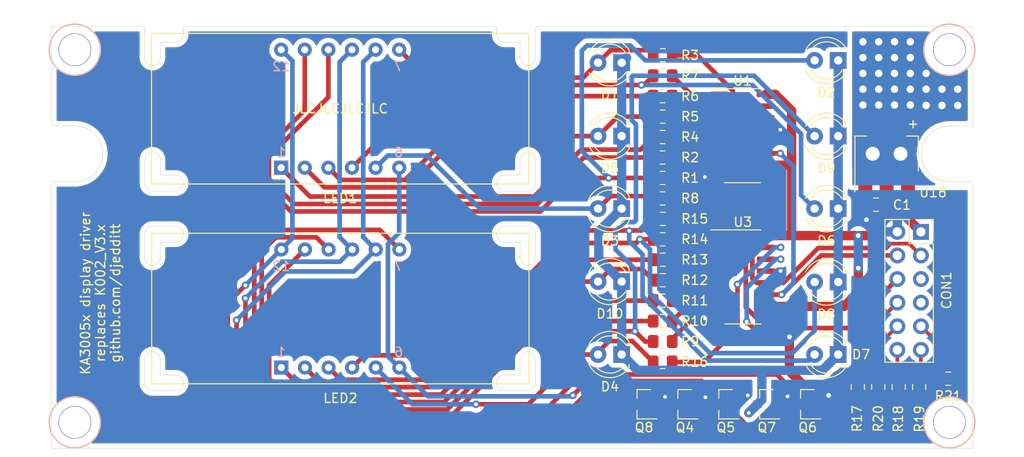
<source format=kicad_pcb>
(kicad_pcb (version 20171130) (host pcbnew "(5.1.6-0-10_14)")
  (layers (0 F.Cu signal) (31 B.Cu signal) (34 B.Paste user) (35 F.Paste user) (36 B.SilkS user) (37 F.SilkS user) (38 B.Mask user) (39 F.Mask user) (44 Edge.Cuts user))
  (net 0 "")
  (net 1 "Net-(D1-Pad2)")
  (net 2 "Net-(D2-Pad2)")
  (net 3 "Net-(D3-Pad2)")
  (net 4 "Net-(D4-Pad2)")
  (net 5 "Net-(D5-Pad2)")
  (net 6 "Net-(D6-Pad2)")
  (net 7 "Net-(D7-Pad2)")
  (net 8 "Net-(D8-Pad2)")
  (net 9 "Net-(D9-Pad2)")
  (net 10 "Net-(D10-Pad2)")
  (net 11 "Net-(Q4-Pad1)")
  (net 12 "Net-(Q5-Pad1)")
  (net 13 "Net-(R1-Pad2)")
  (net 14 "Net-(R2-Pad2)")
  (net 15 "Net-(R3-Pad2)")
  (net 16 "Net-(R4-Pad2)")
  (net 17 "Net-(R5-Pad2)")
  (net 18 "Net-(R6-Pad2)")
  (net 19 "Net-(R7-Pad2)")
  (net 20 "Net-(R8-Pad2)")
  (net 21 "Net-(R9-Pad2)")
  (net 22 "Net-(R10-Pad2)")
  (net 23 "Net-(R11-Pad2)")
  (net 24 "Net-(R12-Pad2)")
  (net 25 "Net-(R13-Pad2)")
  (net 26 "Net-(R14-Pad2)")
  (net 27 "Net-(R15-Pad2)")
  (net 28 "Net-(R16-Pad2)")
  (net 29 GND)
  (net 30 "Net-(LED1-Pad12)")
  (net 31 "Net-(LED1-Pad9)")
  (net 32 "Net-(LED1-Pad8)")
  (net 33 "Net-(LED1-Pad6)")
  (net 34 "Net-(LED1-Pad1)")
  (net 35 +3V3)
  (net 36 "Net-(CON1-Pad12)")
  (net 37 "Net-(CON1-Pad11)")
  (net 38 "Net-(CON1-Pad10)")
  (net 39 "Net-(CON1-Pad9)")
  (net 40 "Net-(CON1-Pad8)")
  (net 41 "Net-(CON1-Pad7)")
  (net 42 "Net-(CON1-Pad6)")
  (net 43 "Net-(CON1-Pad5)")
  (net 44 "Net-(CON1-Pad4)")
  (net 45 "Net-(CON1-Pad3)")
  (net 46 "Net-(U1-Pad14)")
  (net 47 "Net-(U1-Pad9)")
  (net 48 "Net-(LED1-Pad10)")
  (net 49 "Net-(LED2-Pad10)")
  (net 50 "Net-(LED2-Pad2)")
  (net 51 "Net-(Q6-Pad1)")
  (net 52 "Net-(Q8-Pad1)")
  (net 53 "Net-(LED2-Pad11)")
  (net 54 "Net-(D1-Pad1)")
  (net 55 "Net-(Q7-Pad1)")
  (net 56 "Net-(LED1-Pad3)")
  (net 57 "Net-(CON1-Pad1)")
  (module MountingHole:MountingHole_3.4mm (layer B.Cu) (at 102.5 112.6)
    (fp_text reference REF** hide)
    (fp_text value MountingHole_3.4mm)
    (pad "" np_thru_hole circle (at 0 0) (size 3.5 3.5) (drill 3.4) (layers *.Cu *.Mask) (clearance 1))
  )
  (module MountingHole:MountingHole_3.4mm (layer B.Cu) (at 196.6 112.6)
    (fp_text reference REF** hide)
    (fp_text value MountingHole_3.4mm)
    (pad "" np_thru_hole circle (at 0 0) (size 3.5 3.5) (drill 3.4) (layers *.Cu *.Mask) (clearance 1))
  )
  (module MountingHole:MountingHole_3.4mm (layer B.Cu) (at 196.6 72.5)
    (fp_text reference REF** hide)
    (fp_text value MountingHole_3.4mm)
    (pad "" np_thru_hole circle (at 0 0) (size 3.5 3.5) (drill 3.4) (layers *.Cu *.Mask) (clearance 1))
  )
  (module MountingHole:MountingHole_3.4mm (layer B.Cu) (at 102.5 72.5)
    (fp_text reference REF** hide)
    (fp_text value MountingHole_3.4mm)
    (pad "" np_thru_hole circle (at 0 0) (size 3.5 3.5) (drill 3.4) (layers *.Cu *.Mask) (clearance 1))
  )
  (module Capacitor_SMD:C_0805_2012Metric_Pad1.15x1.40mm_HandSolder (layer F.Cu) (at 188.705 89.17)
    (fp_text reference C1 (at 2.795 0.03) (layer F.SilkS))
    (fp_text value 22uF)
    (pad 2 smd roundrect (at 1.025 0) (size 1.15 1.4) (layers F.Cu F.Paste F.Mask) (roundrect_rratio 0.217391) (net 35 +3V3))
    (pad 1 smd roundrect (at -1.025 0) (size 1.15 1.4) (layers F.Cu F.Paste F.Mask) (roundrect_rratio 0.217391) (net 29 GND))
  )
  (module Display_7Segment:NFD-4042Ax (layer F.Cu) (at 110.85 70.85)
    (fp_text reference LED1 (at 20.2 17.65) (layer F.SilkS))
    (fp_text value NFD-4042Ax)
    (pad 7 thru_hole circle (at 26.55 1.65) (size 1.524 1.524) (drill 0.762) (layers *.Cu *.Mask) (net 1 "Net-(D1-Pad2)"))
    (pad 8 thru_hole circle (at 24.01 1.65) (size 1.524 1.524) (drill 0.762) (layers *.Cu *.Mask) (net 32 "Net-(LED1-Pad8)"))
    (pad 9 thru_hole circle (at 21.47 1.65) (size 1.524 1.524) (drill 0.762) (layers *.Cu *.Mask) (net 31 "Net-(LED1-Pad9)"))
    (pad 10 thru_hole circle (at 18.93 1.65) (size 1.524 1.524) (drill 0.762) (layers *.Cu *.Mask) (net 48 "Net-(LED1-Pad10)"))
    (pad 11 thru_hole circle (at 16.39 1.65) (size 1.524 1.524) (drill 0.762) (layers *.Cu *.Mask) (net 2 "Net-(D2-Pad2)"))
    (pad 12 thru_hole circle (at 13.85 1.65) (size 1.524 1.524) (drill 0.762) (layers *.Cu *.Mask) (net 30 "Net-(LED1-Pad12)"))
    (pad 6 thru_hole circle (at 26.55 14.35) (size 1.524 1.524) (drill 0.762) (layers *.Cu *.Mask) (net 33 "Net-(LED1-Pad6)"))
    (pad 5 thru_hole circle (at 24.01 14.35) (size 1.524 1.524) (drill 0.762) (layers *.Cu *.Mask) (net 3 "Net-(D3-Pad2)"))
    (pad 4 thru_hole circle (at 21.47 14.35) (size 1.524 1.524) (drill 0.762) (layers *.Cu *.Mask) (net 6 "Net-(D6-Pad2)"))
    (pad 3 thru_hole circle (at 18.93 14.35) (size 1.524 1.524) (drill 0.762) (layers *.Cu *.Mask) (net 56 "Net-(LED1-Pad3)"))
    (pad 2 thru_hole circle (at 16.39 14.35) (size 1.524 1.524) (drill 0.762) (layers *.Cu *.Mask) (net 5 "Net-(D5-Pad2)"))
    (pad 1 thru_hole rect (at 13.85 14.35) (size 1.524 1.524) (drill 0.762) (layers *.Cu *.Mask) (net 34 "Net-(LED1-Pad1)"))
  )
  (module Resistor_SMD:R_0805_2012Metric_Pad1.15x1.40mm_HandSolder (layer F.Cu) (at 188.95 108.8 270)
    (fp_text reference R20 (at 3.4 0 90) (layer F.SilkS))
    (fp_text value 1K)
    (pad 2 smd roundrect (at 1.025 0 270) (size 1.15 1.4) (layers F.Cu F.Paste F.Mask) (roundrect_rratio 0.217391) (net 55 "Net-(Q7-Pad1)"))
    (pad 1 smd roundrect (at -1.025 0 270) (size 1.15 1.4) (layers F.Cu F.Paste F.Mask) (roundrect_rratio 0.217391) (net 38 "Net-(CON1-Pad10)"))
  )
  (module Resistor_SMD:R_0805_2012Metric_Pad1.15x1.40mm_HandSolder (layer F.Cu) (at 191.15 108.8 270)
    (fp_text reference R18 (at 3.425 0.05 90) (layer F.SilkS))
    (fp_text value 1K)
    (pad 2 smd roundrect (at 1.025 0 270) (size 1.15 1.4) (layers F.Cu F.Paste F.Mask) (roundrect_rratio 0.217391) (net 12 "Net-(Q5-Pad1)"))
    (pad 1 smd roundrect (at -1.025 0 270) (size 1.15 1.4) (layers F.Cu F.Paste F.Mask) (roundrect_rratio 0.217391) (net 36 "Net-(CON1-Pad12)"))
  )
  (module Resistor_SMD:R_0805_2012Metric_Pad1.15x1.40mm_HandSolder (layer F.Cu) (at 193.35 108.8 270)
    (fp_text reference R19 (at 3.425 -0.025 90) (layer F.SilkS))
    (fp_text value 1K)
    (pad 2 smd roundrect (at 1.025 0 270) (size 1.15 1.4) (layers F.Cu F.Paste F.Mask) (roundrect_rratio 0.217391) (net 11 "Net-(Q4-Pad1)"))
    (pad 1 smd roundrect (at -1.025 0 270) (size 1.15 1.4) (layers F.Cu F.Paste F.Mask) (roundrect_rratio 0.217391) (net 37 "Net-(CON1-Pad11)"))
  )
  (module Package_TO_SOT_SMD:SOT-23 (layer F.Cu) (at 176.95 110.65 180)
    (fp_text reference Q7 (at 0 -2.5) (layer F.SilkS))
    (fp_text value MMBT3904)
    (pad 3 smd rect (at 1 0 180) (size 0.9 0.8) (layers F.Cu F.Paste F.Mask) (net 54 "Net-(D1-Pad1)"))
    (pad 2 smd rect (at -1 0.95 180) (size 0.9 0.8) (layers F.Cu F.Paste F.Mask) (net 29 GND))
    (pad 1 smd rect (at -1 -0.95 180) (size 0.9 0.8) (layers F.Cu F.Paste F.Mask) (net 55 "Net-(Q7-Pad1)"))
  )
  (module Display_7Segment:NFD-4042Ax (layer F.Cu) (at 110.87 92.35)
    (fp_text reference LED2 (at 20.2 17.65) (layer F.SilkS))
    (fp_text value NFD-4042Ax)
    (pad 7 thru_hole circle (at 26.55 1.65) (size 1.524 1.524) (drill 0.762) (layers *.Cu *.Mask) (net 9 "Net-(D9-Pad2)"))
    (pad 8 thru_hole circle (at 24.01 1.65) (size 1.524 1.524) (drill 0.762) (layers *.Cu *.Mask) (net 32 "Net-(LED1-Pad8)"))
    (pad 9 thru_hole circle (at 21.47 1.65) (size 1.524 1.524) (drill 0.762) (layers *.Cu *.Mask) (net 31 "Net-(LED1-Pad9)"))
    (pad 10 thru_hole circle (at 18.93 1.65) (size 1.524 1.524) (drill 0.762) (layers *.Cu *.Mask) (net 49 "Net-(LED2-Pad10)"))
    (pad 11 thru_hole circle (at 16.39 1.65) (size 1.524 1.524) (drill 0.762) (layers *.Cu *.Mask) (net 53 "Net-(LED2-Pad11)"))
    (pad 12 thru_hole circle (at 13.85 1.65) (size 1.524 1.524) (drill 0.762) (layers *.Cu *.Mask) (net 30 "Net-(LED1-Pad12)"))
    (pad 6 thru_hole circle (at 26.55 14.35) (size 1.524 1.524) (drill 0.762) (layers *.Cu *.Mask) (net 33 "Net-(LED1-Pad6)"))
    (pad 5 thru_hole circle (at 24.01 14.35) (size 1.524 1.524) (drill 0.762) (layers *.Cu *.Mask) (net 4 "Net-(D4-Pad2)"))
    (pad 4 thru_hole circle (at 21.47 14.35) (size 1.524 1.524) (drill 0.762) (layers *.Cu *.Mask) (net 7 "Net-(D7-Pad2)"))
    (pad 3 thru_hole circle (at 18.93 14.35) (size 1.524 1.524) (drill 0.762) (layers *.Cu *.Mask) (net 8 "Net-(D8-Pad2)"))
    (pad 2 thru_hole circle (at 16.39 14.35) (size 1.524 1.524) (drill 0.762) (layers *.Cu *.Mask) (net 50 "Net-(LED2-Pad2)"))
    (pad 1 thru_hole rect (at 13.85 14.35) (size 1.524 1.524) (drill 0.762) (layers *.Cu *.Mask) (net 10 "Net-(D10-Pad2)"))
  )
  (module Package_TO_SOT_SMD:SOT-23 (layer F.Cu) (at 181.35 110.65 180)
    (fp_text reference Q6 (at 0 -2.5) (layer F.SilkS))
    (fp_text value MMBT3904)
    (pad 3 smd rect (at 1 0 180) (size 0.9 0.8) (layers F.Cu F.Paste F.Mask) (net 31 "Net-(LED1-Pad9)"))
    (pad 2 smd rect (at -1 0.95 180) (size 0.9 0.8) (layers F.Cu F.Paste F.Mask) (net 29 GND))
    (pad 1 smd rect (at -1 -0.95 180) (size 0.9 0.8) (layers F.Cu F.Paste F.Mask) (net 51 "Net-(Q6-Pad1)"))
  )
  (module LED_THT:LED_D4.0mm (layer F.Cu) (at 161.34 81.8 180)
    (fp_text reference D5 (at 1.27 -3.46) (layer F.SilkS))
    (fp_text value LED)
    (pad 1 thru_hole rect (at 0 0 180) (size 1.8 1.8) (drill 0.9) (layers *.Cu *.Mask) (net 54 "Net-(D1-Pad1)"))
    (pad 2 thru_hole circle (at 2.54 0 180) (size 1.8 1.8) (drill 0.9) (layers *.Cu *.Mask) (net 5 "Net-(D5-Pad2)"))
  )
  (module LED_THT:LED_D4.0mm (layer F.Cu) (at 184.64 73.65 180)
    (fp_text reference D2 (at 1.27 -3.46) (layer F.SilkS))
    (fp_text value LED)
    (pad 1 thru_hole rect (at 0 0 180) (size 1.8 1.8) (drill 0.9) (layers *.Cu *.Mask) (net 54 "Net-(D1-Pad1)"))
    (pad 2 thru_hole circle (at 2.54 0 180) (size 1.8 1.8) (drill 0.9) (layers *.Cu *.Mask) (net 2 "Net-(D2-Pad2)"))
  )
  (module LED_THT:LED_D4.0mm (layer F.Cu) (at 184.64 97.5 180)
    (fp_text reference D8 (at 1.27 -3.46) (layer F.SilkS))
    (fp_text value LED)
    (pad 1 thru_hole rect (at 0 0 180) (size 1.8 1.8) (drill 0.9) (layers *.Cu *.Mask) (net 54 "Net-(D1-Pad1)"))
    (pad 2 thru_hole circle (at 2.54 0 180) (size 1.8 1.8) (drill 0.9) (layers *.Cu *.Mask) (net 8 "Net-(D8-Pad2)"))
  )
  (module LED_THT:LED_D4.0mm (layer F.Cu) (at 161.34 105.3 180)
    (fp_text reference D4 (at 1.27 -3.46) (layer F.SilkS))
    (fp_text value LED)
    (pad 1 thru_hole rect (at 0 0 180) (size 1.8 1.8) (drill 0.9) (layers *.Cu *.Mask) (net 54 "Net-(D1-Pad1)"))
    (pad 2 thru_hole circle (at 2.54 0 180) (size 1.8 1.8) (drill 0.9) (layers *.Cu *.Mask) (net 4 "Net-(D4-Pad2)"))
  )
  (module LED_THT:LED_D4.0mm (layer F.Cu) (at 184.64 89.6 180)
    (fp_text reference D6 (at 1.27 -3.46) (layer F.SilkS))
    (fp_text value LED)
    (pad 1 thru_hole rect (at 0 0 180) (size 1.8 1.8) (drill 0.9) (layers *.Cu *.Mask) (net 54 "Net-(D1-Pad1)"))
    (pad 2 thru_hole circle (at 2.54 0 180) (size 1.8 1.8) (drill 0.9) (layers *.Cu *.Mask) (net 6 "Net-(D6-Pad2)"))
  )
  (module LED_THT:LED_D4.0mm (layer F.Cu) (at 161.34 89.6 180)
    (fp_text reference D3 (at 1.27 -3.46) (layer F.SilkS))
    (fp_text value LED)
    (pad 1 thru_hole rect (at 0 0 180) (size 1.8 1.8) (drill 0.9) (layers *.Cu *.Mask) (net 54 "Net-(D1-Pad1)"))
    (pad 2 thru_hole circle (at 2.54 0 180) (size 1.8 1.8) (drill 0.9) (layers *.Cu *.Mask) (net 3 "Net-(D3-Pad2)"))
  )
  (module LED_THT:LED_D4.0mm (layer F.Cu) (at 161.34 73.9 180)
    (fp_text reference D1 (at 1.27 -3.46) (layer F.SilkS))
    (fp_text value LED)
    (pad 1 thru_hole rect (at 0 0 180) (size 1.8 1.8) (drill 0.9) (layers *.Cu *.Mask) (net 54 "Net-(D1-Pad1)"))
    (pad 2 thru_hole circle (at 2.54 0 180) (size 1.8 1.8) (drill 0.9) (layers *.Cu *.Mask) (net 1 "Net-(D1-Pad2)"))
  )
  (module LED_THT:LED_D4.0mm (layer F.Cu) (at 184.64 81.8 180)
    (fp_text reference D9 (at 1.27 -3.46) (layer F.SilkS))
    (fp_text value LED)
    (pad 1 thru_hole rect (at 0 0 180) (size 1.8 1.8) (drill 0.9) (layers *.Cu *.Mask) (net 54 "Net-(D1-Pad1)"))
    (pad 2 thru_hole circle (at 2.54 0 180) (size 1.8 1.8) (drill 0.9) (layers *.Cu *.Mask) (net 9 "Net-(D9-Pad2)"))
  )
  (module LED_THT:LED_D4.0mm (layer F.Cu) (at 184.64 105.3 180)
    (fp_text reference D7 (at -2.46 0) (layer F.SilkS))
    (fp_text value LED)
    (pad 1 thru_hole rect (at 0 0 180) (size 1.8 1.8) (drill 0.9) (layers *.Cu *.Mask) (net 54 "Net-(D1-Pad1)"))
    (pad 2 thru_hole circle (at 2.54 0 180) (size 1.8 1.8) (drill 0.9) (layers *.Cu *.Mask) (net 7 "Net-(D7-Pad2)"))
  )
  (module Resistor_SMD:R_0805_2012Metric_Pad1.15x1.40mm_HandSolder (layer F.Cu) (at 196.475 107.9 180)
    (fp_text reference R21 (at 0 -1.85) (layer F.SilkS))
    (fp_text value 1K)
    (pad 2 smd roundrect (at 1.025 0 180) (size 1.15 1.4) (layers F.Cu F.Paste F.Mask) (roundrect_rratio 0.217391) (net 52 "Net-(Q8-Pad1)"))
    (pad 1 smd roundrect (at -1.025 0 180) (size 1.15 1.4) (layers F.Cu F.Paste F.Mask) (roundrect_rratio 0.217391) (net 39 "Net-(CON1-Pad9)"))
  )
  (module Resistor_SMD:R_0805_2012Metric_Pad1.15x1.40mm_HandSolder (layer F.Cu) (at 186.75 108.8 270)
    (fp_text reference R17 (at 3.4 0.075 90) (layer F.SilkS))
    (fp_text value 1K)
    (pad 2 smd roundrect (at 1.025 0 270) (size 1.15 1.4) (layers F.Cu F.Paste F.Mask) (roundrect_rratio 0.217391) (net 51 "Net-(Q6-Pad1)"))
    (pad 1 smd roundrect (at -1.025 0 270) (size 1.15 1.4) (layers F.Cu F.Paste F.Mask) (roundrect_rratio 0.217391) (net 40 "Net-(CON1-Pad8)"))
  )
  (module Package_TO_SOT_SMD:SOT-23 (layer F.Cu) (at 163.75 110.65 180)
    (fp_text reference Q8 (at 0 -2.5) (layer F.SilkS))
    (fp_text value MMBT3904)
    (pad 3 smd rect (at 1 0 180) (size 0.9 0.8) (layers F.Cu F.Paste F.Mask) (net 30 "Net-(LED1-Pad12)"))
    (pad 2 smd rect (at -1 0.95 180) (size 0.9 0.8) (layers F.Cu F.Paste F.Mask) (net 29 GND))
    (pad 1 smd rect (at -1 -0.95 180) (size 0.9 0.8) (layers F.Cu F.Paste F.Mask) (net 52 "Net-(Q8-Pad1)"))
  )
  (module Package_TO_SOT_SMD:SOT-23 (layer F.Cu) (at 172.55 110.65 180)
    (fp_text reference Q5 (at 0 -2.5) (layer F.SilkS))
    (fp_text value MMBT3904)
    (pad 3 smd rect (at 1 0 180) (size 0.9 0.8) (layers F.Cu F.Paste F.Mask) (net 33 "Net-(LED1-Pad6)"))
    (pad 2 smd rect (at -1 0.95 180) (size 0.9 0.8) (layers F.Cu F.Paste F.Mask) (net 29 GND))
    (pad 1 smd rect (at -1 -0.95 180) (size 0.9 0.8) (layers F.Cu F.Paste F.Mask) (net 12 "Net-(Q5-Pad1)"))
  )
  (module Package_TO_SOT_SMD:SOT-23 (layer F.Cu) (at 168.15 110.65 180)
    (fp_text reference Q4 (at 0 -2.5) (layer F.SilkS))
    (fp_text value MMBT3904)
    (pad 3 smd rect (at 1 0 180) (size 0.9 0.8) (layers F.Cu F.Paste F.Mask) (net 32 "Net-(LED1-Pad8)"))
    (pad 2 smd rect (at -1 0.95 180) (size 0.9 0.8) (layers F.Cu F.Paste F.Mask) (net 29 GND))
    (pad 1 smd rect (at -1 -0.95 180) (size 0.9 0.8) (layers F.Cu F.Paste F.Mask) (net 11 "Net-(Q4-Pad1)"))
  )
  (module Package_TO_SOT_SMD:SOT-223 (layer F.Cu) (at 189.85 83.7 90)
    (fp_text reference U18 (at -4.17 4.99 180) (layer F.SilkS))
    (fp_text value AZ1117-3.3)
    (pad 1 smd rect (at -3.15 -2.3 90) (size 2 1.5) (layers F.Cu F.Paste F.Mask) (net 29 GND) (clearance 0.8))
    (pad 3 smd rect (at -3.15 2.3 90) (size 2 1.5) (layers F.Cu F.Paste F.Mask) (net 57 "Net-(CON1-Pad1)") (clearance 0.8))
    (pad 2 smd rect (at -3.15 0 90) (size 2 1.5) (layers F.Cu F.Paste F.Mask) (net 35 +3V3))
    (pad 4 smd rect (at 3.15 0 90) (size 2 3.8) (layers F.Cu F.Paste F.Mask) (net 35 +3V3))
  )
  (module Resistor_SMD:R_0805_2012Metric_Pad1.15x1.40mm_HandSolder (layer F.Cu) (at 165.75 106.1)
    (fp_text reference R16 (at 3.45 0) (layer F.SilkS))
    (fp_text value 330)
    (pad 2 smd roundrect (at 1.025 0) (size 1.15 1.4) (layers F.Cu F.Paste F.Mask) (roundrect_rratio 0.217391) (net 28 "Net-(R16-Pad2)"))
    (pad 1 smd roundrect (at -1.025 0) (size 1.15 1.4) (layers F.Cu F.Paste F.Mask) (roundrect_rratio 0.217391) (net 4 "Net-(D4-Pad2)"))
  )
  (module Resistor_SMD:R_0805_2012Metric_Pad1.15x1.40mm_HandSolder (layer F.Cu) (at 165.755 90.7)
    (fp_text reference R15 (at 3.445 0) (layer F.SilkS))
    (fp_text value 330)
    (pad 2 smd roundrect (at 1.025 0) (size 1.15 1.4) (layers F.Cu F.Paste F.Mask) (roundrect_rratio 0.217391) (net 27 "Net-(R15-Pad2)"))
    (pad 1 smd roundrect (at -1.025 0) (size 1.15 1.4) (layers F.Cu F.Paste F.Mask) (roundrect_rratio 0.217391) (net 7 "Net-(D7-Pad2)"))
  )
  (module Resistor_SMD:R_0805_2012Metric_Pad1.15x1.40mm_HandSolder (layer F.Cu) (at 165.755 92.9)
    (fp_text reference R14 (at 3.445 0) (layer F.SilkS))
    (fp_text value 330)
    (pad 2 smd roundrect (at 1.025 0) (size 1.15 1.4) (layers F.Cu F.Paste F.Mask) (roundrect_rratio 0.217391) (net 26 "Net-(R14-Pad2)"))
    (pad 1 smd roundrect (at -1.025 0) (size 1.15 1.4) (layers F.Cu F.Paste F.Mask) (roundrect_rratio 0.217391) (net 8 "Net-(D8-Pad2)"))
  )
  (module Resistor_SMD:R_0805_2012Metric_Pad1.15x1.40mm_HandSolder (layer F.Cu) (at 165.755 95.1)
    (fp_text reference R13 (at 3.445 0) (layer F.SilkS))
    (fp_text value 330)
    (pad 2 smd roundrect (at 1.025 0) (size 1.15 1.4) (layers F.Cu F.Paste F.Mask) (roundrect_rratio 0.217391) (net 25 "Net-(R13-Pad2)"))
    (pad 1 smd roundrect (at -1.025 0) (size 1.15 1.4) (layers F.Cu F.Paste F.Mask) (roundrect_rratio 0.217391) (net 50 "Net-(LED2-Pad2)"))
  )
  (module Resistor_SMD:R_0805_2012Metric_Pad1.15x1.40mm_HandSolder (layer F.Cu) (at 165.755 97.3)
    (fp_text reference R12 (at 3.445 0) (layer F.SilkS))
    (fp_text value 330)
    (pad 2 smd roundrect (at 1.025 0) (size 1.15 1.4) (layers F.Cu F.Paste F.Mask) (roundrect_rratio 0.217391) (net 24 "Net-(R12-Pad2)"))
    (pad 1 smd roundrect (at -1.025 0) (size 1.15 1.4) (layers F.Cu F.Paste F.Mask) (roundrect_rratio 0.217391) (net 10 "Net-(D10-Pad2)"))
  )
  (module Resistor_SMD:R_0805_2012Metric_Pad1.15x1.40mm_HandSolder (layer F.Cu) (at 165.755 99.5)
    (fp_text reference R11 (at 3.445 0) (layer F.SilkS))
    (fp_text value 330)
    (pad 2 smd roundrect (at 1.025 0) (size 1.15 1.4) (layers F.Cu F.Paste F.Mask) (roundrect_rratio 0.217391) (net 23 "Net-(R11-Pad2)"))
    (pad 1 smd roundrect (at -1.025 0) (size 1.15 1.4) (layers F.Cu F.Paste F.Mask) (roundrect_rratio 0.217391) (net 53 "Net-(LED2-Pad11)"))
  )
  (module Resistor_SMD:R_0805_2012Metric_Pad1.15x1.40mm_HandSolder (layer F.Cu) (at 165.755 101.7)
    (fp_text reference R10 (at 3.445 0) (layer F.SilkS))
    (fp_text value 330)
    (pad 2 smd roundrect (at 1.025 0) (size 1.15 1.4) (layers F.Cu F.Paste F.Mask) (roundrect_rratio 0.217391) (net 22 "Net-(R10-Pad2)"))
    (pad 1 smd roundrect (at -1.025 0) (size 1.15 1.4) (layers F.Cu F.Paste F.Mask) (roundrect_rratio 0.217391) (net 49 "Net-(LED2-Pad10)"))
  )
  (module Resistor_SMD:R_0805_2012Metric_Pad1.15x1.40mm_HandSolder (layer F.Cu) (at 165.755 103.9)
    (fp_text reference R9 (at 2.945 0) (layer F.SilkS))
    (fp_text value 330)
    (pad 2 smd roundrect (at 1.025 0) (size 1.15 1.4) (layers F.Cu F.Paste F.Mask) (roundrect_rratio 0.217391) (net 21 "Net-(R9-Pad2)"))
    (pad 1 smd roundrect (at -1.025 0) (size 1.15 1.4) (layers F.Cu F.Paste F.Mask) (roundrect_rratio 0.217391) (net 9 "Net-(D9-Pad2)"))
  )
  (module Resistor_SMD:R_0805_2012Metric_Pad1.15x1.40mm_HandSolder (layer F.Cu) (at 165.75 88.5)
    (fp_text reference R8 (at 2.95 0) (layer F.SilkS))
    (fp_text value 330)
    (pad 2 smd roundrect (at 1.025 0) (size 1.15 1.4) (layers F.Cu F.Paste F.Mask) (roundrect_rratio 0.217391) (net 20 "Net-(R8-Pad2)"))
    (pad 1 smd roundrect (at -1.025 0) (size 1.15 1.4) (layers F.Cu F.Paste F.Mask) (roundrect_rratio 0.217391) (net 3 "Net-(D3-Pad2)"))
  )
  (module Resistor_SMD:R_0805_2012Metric_Pad1.15x1.40mm_HandSolder (layer F.Cu) (at 165.755 75.3)
    (fp_text reference R7 (at 2.945 0) (layer F.SilkS))
    (fp_text value 330)
    (pad 2 smd roundrect (at 1.025 0) (size 1.15 1.4) (layers F.Cu F.Paste F.Mask) (roundrect_rratio 0.217391) (net 19 "Net-(R7-Pad2)"))
    (pad 1 smd roundrect (at -1.025 0) (size 1.15 1.4) (layers F.Cu F.Paste F.Mask) (roundrect_rratio 0.217391) (net 6 "Net-(D6-Pad2)"))
  )
  (module Resistor_SMD:R_0805_2012Metric_Pad1.15x1.40mm_HandSolder (layer F.Cu) (at 165.745 77.5)
    (fp_text reference R6 (at 2.955 0) (layer F.SilkS))
    (fp_text value 330)
    (pad 2 smd roundrect (at 1.025 0) (size 1.15 1.4) (layers F.Cu F.Paste F.Mask) (roundrect_rratio 0.217391) (net 18 "Net-(R6-Pad2)"))
    (pad 1 smd roundrect (at -1.025 0) (size 1.15 1.4) (layers F.Cu F.Paste F.Mask) (roundrect_rratio 0.217391) (net 56 "Net-(LED1-Pad3)"))
  )
  (module Resistor_SMD:R_0805_2012Metric_Pad1.15x1.40mm_HandSolder (layer F.Cu) (at 165.755 79.7)
    (fp_text reference R5 (at 2.945 0) (layer F.SilkS))
    (fp_text value 330)
    (pad 2 smd roundrect (at 1.025 0) (size 1.15 1.4) (layers F.Cu F.Paste F.Mask) (roundrect_rratio 0.217391) (net 17 "Net-(R5-Pad2)"))
    (pad 1 smd roundrect (at -1.025 0) (size 1.15 1.4) (layers F.Cu F.Paste F.Mask) (roundrect_rratio 0.217391) (net 5 "Net-(D5-Pad2)"))
  )
  (module Resistor_SMD:R_0805_2012Metric_Pad1.15x1.40mm_HandSolder (layer F.Cu) (at 165.745 81.9)
    (fp_text reference R4 (at 2.955 0) (layer F.SilkS))
    (fp_text value 330)
    (pad 2 smd roundrect (at 1.025 0) (size 1.15 1.4) (layers F.Cu F.Paste F.Mask) (roundrect_rratio 0.217391) (net 16 "Net-(R4-Pad2)"))
    (pad 1 smd roundrect (at -1.025 0) (size 1.15 1.4) (layers F.Cu F.Paste F.Mask) (roundrect_rratio 0.217391) (net 34 "Net-(LED1-Pad1)"))
  )
  (module Resistor_SMD:R_0805_2012Metric_Pad1.15x1.40mm_HandSolder (layer F.Cu) (at 165.755 73.1)
    (fp_text reference R3 (at 2.945 0) (layer F.SilkS))
    (fp_text value 330)
    (pad 2 smd roundrect (at 1.025 0) (size 1.15 1.4) (layers F.Cu F.Paste F.Mask) (roundrect_rratio 0.217391) (net 15 "Net-(R3-Pad2)"))
    (pad 1 smd roundrect (at -1.025 0) (size 1.15 1.4) (layers F.Cu F.Paste F.Mask) (roundrect_rratio 0.217391) (net 1 "Net-(D1-Pad2)"))
  )
  (module Resistor_SMD:R_0805_2012Metric_Pad1.15x1.40mm_HandSolder (layer F.Cu) (at 165.745 84.1)
    (fp_text reference R2 (at 2.955 0) (layer F.SilkS))
    (fp_text value 330)
    (pad 1 smd roundrect (at -1.025 0) (size 1.15 1.4) (layers F.Cu F.Paste F.Mask) (roundrect_rratio 0.217391) (net 48 "Net-(LED1-Pad10)"))
    (pad 2 smd roundrect (at 1.025 0) (size 1.15 1.4) (layers F.Cu F.Paste F.Mask) (roundrect_rratio 0.217391) (net 14 "Net-(R2-Pad2)"))
  )
  (module Resistor_SMD:R_0805_2012Metric_Pad1.15x1.40mm_HandSolder (layer F.Cu) (at 165.745 86.3)
    (fp_text reference R1 (at 2.955 0) (layer F.SilkS))
    (fp_text value 330)
    (pad 2 smd roundrect (at 1.025 0) (size 1.15 1.4) (layers F.Cu F.Paste F.Mask) (roundrect_rratio 0.217391) (net 13 "Net-(R1-Pad2)"))
    (pad 1 smd roundrect (at -1.025 0) (size 1.15 1.4) (layers F.Cu F.Paste F.Mask) (roundrect_rratio 0.217391) (net 2 "Net-(D2-Pad2)"))
  )
  (module Package_SO:SOIC-16_3.9x9.9mm_P1.27mm (layer F.Cu) (at 174.375 96.95)
    (fp_text reference U3 (at 0 -5.9) (layer F.SilkS))
    (fp_text value 74HC595)
    (pad 16 smd roundrect (at 2.475 -4.445) (size 1.95 0.6) (layers F.Cu F.Paste F.Mask) (net 35 +3V3))
    (pad 15 smd roundrect (at 2.475 -3.175) (size 1.95 0.6) (layers F.Cu F.Paste F.Mask) (net 28 "Net-(R16-Pad2)"))
    (pad 14 smd roundrect (at 2.475 -1.905) (size 1.95 0.6) (layers F.Cu F.Paste F.Mask) (net 42 "Net-(CON1-Pad6)"))
    (pad 13 smd roundrect (at 2.475 -0.635) (size 1.95 0.6) (layers F.Cu F.Paste F.Mask) (net 29 GND))
    (pad 12 smd roundrect (at 2.475 0.635) (size 1.95 0.6) (layers F.Cu F.Paste F.Mask) (net 45 "Net-(CON1-Pad3)"))
    (pad 11 smd roundrect (at 2.475 1.905) (size 1.95 0.6) (layers F.Cu F.Paste F.Mask) (net 44 "Net-(CON1-Pad4)"))
    (pad 10 smd roundrect (at 2.475 3.175) (size 1.95 0.6) (layers F.Cu F.Paste F.Mask) (net 35 +3V3))
    (pad 9 smd roundrect (at 2.475 4.445) (size 1.95 0.6) (layers F.Cu F.Paste F.Mask) (net 46 "Net-(U1-Pad14)"))
    (pad 8 smd roundrect (at -2.475 4.445) (size 1.95 0.6) (layers F.Cu F.Paste F.Mask) (net 29 GND))
    (pad 7 smd roundrect (at -2.475 3.175) (size 1.95 0.6) (layers F.Cu F.Paste F.Mask) (net 21 "Net-(R9-Pad2)"))
    (pad 6 smd roundrect (at -2.475 1.905) (size 1.95 0.6) (layers F.Cu F.Paste F.Mask) (net 22 "Net-(R10-Pad2)"))
    (pad 5 smd roundrect (at -2.475 0.635) (size 1.95 0.6) (layers F.Cu F.Paste F.Mask) (net 23 "Net-(R11-Pad2)"))
    (pad 4 smd roundrect (at -2.475 -0.635) (size 1.95 0.6) (layers F.Cu F.Paste F.Mask) (net 24 "Net-(R12-Pad2)"))
    (pad 3 smd roundrect (at -2.475 -1.905) (size 1.95 0.6) (layers F.Cu F.Paste F.Mask) (net 25 "Net-(R13-Pad2)"))
    (pad 2 smd roundrect (at -2.475 -3.175) (size 1.95 0.6) (layers F.Cu F.Paste F.Mask) (net 26 "Net-(R14-Pad2)"))
    (pad 1 smd roundrect (at -2.475 -4.445) (size 1.95 0.6) (layers F.Cu F.Paste F.Mask) (net 27 "Net-(R15-Pad2)"))
  )
  (module Package_SO:SOIC-16_3.9x9.9mm_P1.27mm (layer F.Cu) (at 174.35 81.75)
    (fp_text reference U1 (at 0 -5.9) (layer F.SilkS))
    (fp_text value 74HC595)
    (pad 16 smd roundrect (at 2.475 -4.445) (size 1.95 0.6) (layers F.Cu F.Paste F.Mask) (net 35 +3V3))
    (pad 15 smd roundrect (at 2.475 -3.175) (size 1.95 0.6) (layers F.Cu F.Paste F.Mask) (net 20 "Net-(R8-Pad2)"))
    (pad 14 smd roundrect (at 2.475 -1.905) (size 1.95 0.6) (layers F.Cu F.Paste F.Mask) (net 46 "Net-(U1-Pad14)"))
    (pad 13 smd roundrect (at 2.475 -0.635) (size 1.95 0.6) (layers F.Cu F.Paste F.Mask) (net 29 GND))
    (pad 12 smd roundrect (at 2.475 0.635) (size 1.95 0.6) (layers F.Cu F.Paste F.Mask) (net 45 "Net-(CON1-Pad3)"))
    (pad 11 smd roundrect (at 2.475 1.905) (size 1.95 0.6) (layers F.Cu F.Paste F.Mask) (net 44 "Net-(CON1-Pad4)"))
    (pad 10 smd roundrect (at 2.475 3.175) (size 1.95 0.6) (layers F.Cu F.Paste F.Mask) (net 35 +3V3))
    (pad 9 smd roundrect (at 2.475 4.445) (size 1.95 0.6) (layers F.Cu F.Paste F.Mask) (net 47 "Net-(U1-Pad9)"))
    (pad 8 smd roundrect (at -2.475 4.445) (size 1.95 0.6) (layers F.Cu F.Paste F.Mask) (net 29 GND))
    (pad 7 smd roundrect (at -2.475 3.175) (size 1.95 0.6) (layers F.Cu F.Paste F.Mask) (net 13 "Net-(R1-Pad2)"))
    (pad 6 smd roundrect (at -2.475 1.905) (size 1.95 0.6) (layers F.Cu F.Paste F.Mask) (net 14 "Net-(R2-Pad2)"))
    (pad 5 smd roundrect (at -2.475 0.635) (size 1.95 0.6) (layers F.Cu F.Paste F.Mask) (net 15 "Net-(R3-Pad2)"))
    (pad 4 smd roundrect (at -2.475 -0.635) (size 1.95 0.6) (layers F.Cu F.Paste F.Mask) (net 16 "Net-(R4-Pad2)"))
    (pad 3 smd roundrect (at -2.475 -1.905) (size 1.95 0.6) (layers F.Cu F.Paste F.Mask) (net 17 "Net-(R5-Pad2)"))
    (pad 2 smd roundrect (at -2.475 -3.175) (size 1.95 0.6) (layers F.Cu F.Paste F.Mask) (net 18 "Net-(R6-Pad2)"))
    (pad 1 smd roundrect (at -2.475 -4.445) (size 1.95 0.6) (layers F.Cu F.Paste F.Mask) (net 19 "Net-(R7-Pad2)"))
  )
  (module Connector_PinSocket_2.54mm:PinSocket_2x06_P2.54mm_Vertical (layer F.Cu) (at 193.54 92.1)
    (fp_text reference CON1 (at 2.76 6.3 90) (layer F.SilkS))
    (fp_text value Conn_02x06_Odd_Even)
    (pad 1 thru_hole rect (at 0 0) (size 1.7 1.7) (drill 1) (layers *.Cu *.Mask) (net 57 "Net-(CON1-Pad1)"))
    (pad 2 thru_hole oval (at -2.54 0) (size 1.7 1.7) (drill 1) (layers *.Cu *.Mask) (net 29 GND))
    (pad 3 thru_hole oval (at 0 2.54) (size 1.7 1.7) (drill 1) (layers *.Cu *.Mask) (net 45 "Net-(CON1-Pad3)"))
    (pad 4 thru_hole oval (at -2.54 2.54) (size 1.7 1.7) (drill 1) (layers *.Cu *.Mask) (net 44 "Net-(CON1-Pad4)"))
    (pad 5 thru_hole oval (at 0 5.08) (size 1.7 1.7) (drill 1) (layers *.Cu *.Mask) (net 43 "Net-(CON1-Pad5)"))
    (pad 6 thru_hole oval (at -2.54 5.08) (size 1.7 1.7) (drill 1) (layers *.Cu *.Mask) (net 42 "Net-(CON1-Pad6)"))
    (pad 7 thru_hole oval (at 0 7.62) (size 1.7 1.7) (drill 1) (layers *.Cu *.Mask) (net 41 "Net-(CON1-Pad7)"))
    (pad 8 thru_hole oval (at -2.54 7.62) (size 1.7 1.7) (drill 1) (layers *.Cu *.Mask) (net 40 "Net-(CON1-Pad8)"))
    (pad 9 thru_hole oval (at 0 10.16) (size 1.7 1.7) (drill 1) (layers *.Cu *.Mask) (net 39 "Net-(CON1-Pad9)"))
    (pad 10 thru_hole oval (at -2.54 10.16) (size 1.7 1.7) (drill 1) (layers *.Cu *.Mask) (net 38 "Net-(CON1-Pad10)"))
    (pad 11 thru_hole oval (at 0 12.7) (size 1.7 1.7) (drill 1) (layers *.Cu *.Mask) (net 37 "Net-(CON1-Pad11)"))
    (pad 12 thru_hole oval (at -2.54 12.7) (size 1.7 1.7) (drill 1) (layers *.Cu *.Mask) (net 36 "Net-(CON1-Pad12)"))
  )
  (module LED_THT:LED_D4.0mm (layer F.Cu) (at 161.34 97.45 180)
    (fp_text reference D10 (at 1.27 -3.46) (layer F.SilkS))
    (fp_text value LED)
    (pad 2 thru_hole circle (at 2.54 0 180) (size 1.8 1.8) (drill 0.9) (layers *.Cu *.Mask) (net 10 "Net-(D10-Pad2)"))
    (pad 1 thru_hole rect (at 0 0 180) (size 1.8 1.8) (drill 0.9) (layers *.Cu *.Mask) (net 54 "Net-(D1-Pad1)"))
  )
  (gr_text JLCJLCJLCJLC (at 131.05 78.85) (layer F.SilkS) (effects (font (size 1 1))))
  (gr_text + (at 192.7 80.45) (layer F.SilkS) (effects (font (size 1 1))))
  (gr_poly (pts (xy 190.47 93.43) (xy 189.99 94) (xy 189.91 93.93) (xy 190.4 93.37)) (layer F.Cu) (width 0))
  (gr_circle (center 196.6 72.5) (end 199.351818 72.5) (layer B.SilkS) (width 0.15))
  (gr_circle (center 196.6 112.6) (end 199.351818 112.6) (layer B.SilkS) (width 0.15))
  (gr_circle (center 102.5 72.5) (end 105.251818 72.5) (layer B.SilkS) (width 0.15))
  (gr_circle (center 102.5 112.6) (end 105.251818 112.6) (layer B.SilkS) (width 0.15))
  (gr_text 7 (at 137.35 74.3) (layer B.SilkS) (effects (font (size 1 1)) (justify mirror)))
  (gr_text 12 (at 124.7 74.3) (layer B.SilkS) (effects (font (size 1 1)) (justify mirror)))
  (gr_text 12 (at 124.7 95.8) (layer B.SilkS) (effects (font (size 1 1)) (justify mirror)))
  (gr_text 7 (at 137.35 95.8) (layer B.SilkS) (effects (font (size 1 1)) (justify mirror)))
  (gr_text 1 (at 124.7 105.05) (layer B.SilkS) (effects (font (size 1 1)) (justify mirror)))
  (gr_text 6 (at 137.35 105.05) (layer B.SilkS) (effects (font (size 1 1)) (justify mirror)))
  (gr_text "KA3005x display driver\nreplaces K002_V3.x\ngithub.com/djedditt" (at 105.25 98.7 90) (layer F.SilkS) (effects (font (size 1 1))))
  (gr_text 6 (at 137.35 83.55) (layer B.SilkS) (effects (font (size 1 1)) (justify mirror)))
  (gr_text 1 (at 124.7 83.55) (layer B.SilkS) (effects (font (size 1 1)) (justify mirror)))
  (gr_line (start 152.1 70) (end 152.1 73.35) (layer Edge.Cuts) (width 0.05))
  (gr_arc (start 151.25 73.35) (end 150.4 73.35) (angle -180) (layer Edge.Cuts) (width 0.05))
  (gr_line (start 147.9 70) (end 147.9 70.85) (layer Edge.Cuts) (width 0.05))
  (gr_line (start 199.1 70) (end 152.1 70) (layer Edge.Cuts) (width 0.05))
  (gr_line (start 150.4 71.7) (end 150.4 73.35) (layer Edge.Cuts) (width 0.05))
  (gr_arc (start 148.75 70.85) (end 147.9 70.85) (angle -90) (layer Edge.Cuts) (width 0.05))
  (gr_line (start 148.75 71.7) (end 150.4 71.7) (layer Edge.Cuts) (width 0.05))
  (gr_line (start 110 92.35) (end 110 94.85) (layer Edge.Cuts) (width 0.05))
  (gr_line (start 111.7 93.2) (end 113.35 93.2) (layer Edge.Cuts) (width 0.05))
  (gr_line (start 111.7 94.85) (end 111.7 93.2) (layer Edge.Cuts) (width 0.05))
  (gr_arc (start 110.85 94.85) (end 110 94.85) (angle -180) (layer Edge.Cuts) (width 0.05))
  (gr_arc (start 113.35 92.35) (end 113.35 93.2) (angle -180) (layer Edge.Cuts) (width 0.05))
  (gr_line (start 113.35 91.5) (end 110.85 91.5) (layer Edge.Cuts) (width 0.05))
  (gr_arc (start 110.85 92.35) (end 110.85 91.5) (angle -90) (layer Edge.Cuts) (width 0.05))
  (gr_line (start 151.25 91.5) (end 148.75 91.5) (layer Edge.Cuts) (width 0.05))
  (gr_line (start 150.4 93.2) (end 150.4 94.85) (layer Edge.Cuts) (width 0.05))
  (gr_line (start 148.75 93.2) (end 150.4 93.2) (layer Edge.Cuts) (width 0.05))
  (gr_arc (start 148.75 92.35) (end 148.75 91.5) (angle -180) (layer Edge.Cuts) (width 0.05))
  (gr_arc (start 151.25 94.85) (end 150.4 94.85) (angle -180) (layer Edge.Cuts) (width 0.05))
  (gr_line (start 152.1 94.85) (end 152.1 92.35) (layer Edge.Cuts) (width 0.05))
  (gr_arc (start 151.25 92.35) (end 152.1 92.35) (angle -90) (layer Edge.Cuts) (width 0.05))
  (gr_line (start 152.1 108.35) (end 152.1 105.85) (layer Edge.Cuts) (width 0.05))
  (gr_line (start 150.4 107.5) (end 148.75 107.5) (layer Edge.Cuts) (width 0.05))
  (gr_line (start 150.4 105.85) (end 150.4 107.5) (layer Edge.Cuts) (width 0.05))
  (gr_arc (start 151.25 105.85) (end 152.1 105.85) (angle -180) (layer Edge.Cuts) (width 0.05))
  (gr_arc (start 148.75 108.35) (end 148.75 107.5) (angle -180) (layer Edge.Cuts) (width 0.05))
  (gr_line (start 148.75 109.2) (end 151.25 109.2) (layer Edge.Cuts) (width 0.05))
  (gr_arc (start 151.25 108.35) (end 151.25 109.2) (angle -90) (layer Edge.Cuts) (width 0.05))
  (gr_line (start 110.85 109.2) (end 113.35 109.2) (layer Edge.Cuts) (width 0.05))
  (gr_line (start 111.7 107.5) (end 111.7 105.85) (layer Edge.Cuts) (width 0.05))
  (gr_line (start 113.35 107.5) (end 111.7 107.5) (layer Edge.Cuts) (width 0.05))
  (gr_arc (start 113.35 108.35) (end 113.35 109.2) (angle -180) (layer Edge.Cuts) (width 0.05))
  (gr_arc (start 110.85 105.85) (end 111.7 105.85) (angle -180) (layer Edge.Cuts) (width 0.05))
  (gr_line (start 110 105.85) (end 110 108.35) (layer Edge.Cuts) (width 0.05))
  (gr_arc (start 110.85 108.35) (end 110 108.35) (angle -90) (layer Edge.Cuts) (width 0.05))
  (gr_line (start 110 70) (end 110 73.35) (layer Edge.Cuts) (width 0.05))
  (gr_line (start 111.7 71.7) (end 113.35 71.7) (layer Edge.Cuts) (width 0.05))
  (gr_line (start 111.7 73.35) (end 111.7 71.7) (layer Edge.Cuts) (width 0.05))
  (gr_arc (start 110.85 73.35) (end 110 73.35) (angle -180) (layer Edge.Cuts) (width 0.05))
  (gr_arc (start 113.35 70.85) (end 113.35 71.7) (angle -90) (layer Edge.Cuts) (width 0.05))
  (gr_line (start 152.1 86.85) (end 152.1 84.35) (layer Edge.Cuts) (width 0.05))
  (gr_line (start 150.4 86) (end 148.75 86) (layer Edge.Cuts) (width 0.05))
  (gr_line (start 150.4 84.35) (end 150.4 86) (layer Edge.Cuts) (width 0.05))
  (gr_arc (start 151.25 84.35) (end 152.1 84.35) (angle -180) (layer Edge.Cuts) (width 0.05))
  (gr_arc (start 148.75 86.85) (end 148.75 86) (angle -180) (layer Edge.Cuts) (width 0.05))
  (gr_line (start 148.75 87.7) (end 151.25 87.7) (layer Edge.Cuts) (width 0.05))
  (gr_arc (start 151.25 86.85) (end 151.25 87.7) (angle -90) (layer Edge.Cuts) (width 0.05))
  (gr_line (start 110 84.35) (end 110 86.85) (layer Edge.Cuts) (width 0.05))
  (gr_arc (start 110.85 86.85) (end 110 86.85) (angle -90) (layer Edge.Cuts) (width 0.05))
  (gr_arc (start 113.35 86.85) (end 113.35 87.7) (angle -180) (layer Edge.Cuts) (width 0.05))
  (gr_arc (start 110.85 84.35) (end 111.7 84.35) (angle -180) (layer Edge.Cuts) (width 0.05))
  (gr_line (start 111.7 86) (end 111.7 84.35) (layer Edge.Cuts) (width 0.05))
  (gr_line (start 110.85 87.7) (end 113.35 87.7) (layer Edge.Cuts) (width 0.05))
  (gr_line (start 113.35 86) (end 111.7 86) (layer Edge.Cuts) (width 0.05))
  (gr_line (start 100 70) (end 110 70) (layer Edge.Cuts) (width 0.05))
  (gr_line (start 114.2 70) (end 114.2 70.85) (layer Edge.Cuts) (width 0.05))
  (gr_line (start 196.6 80.71) (end 199.1 80.71) (layer Edge.Cuts) (width 0.05))
  (gr_line (start 196.6 86.71) (end 199.1 86.71) (layer Edge.Cuts) (width 0.05))
  (gr_arc (start 196.6 83.71) (end 196.6 80.71) (angle -180) (layer Edge.Cuts) (width 0.05))
  (gr_line (start 102.5 86.7) (end 100 86.7) (layer Edge.Cuts) (width 0.05))
  (gr_line (start 102.5 80.7) (end 100 80.7) (layer Edge.Cuts) (width 0.05))
  (gr_line (start 199.1 86.71) (end 199.1 115.4) (layer Edge.Cuts) (width 0.05))
  (gr_line (start 100 115.4) (end 100 86.7) (layer Edge.Cuts) (width 0.05))
  (gr_arc (start 102.5 83.7) (end 102.5 86.7) (angle -180) (layer Edge.Cuts) (width 0.05))
  (gr_line (start 100 80.7) (end 100 70) (layer Edge.Cuts) (width 0.05))
  (gr_line (start 199.1 115.4) (end 100 115.4) (layer Edge.Cuts) (width 0.05))
  (gr_line (start 199.1 70) (end 199.1 80.71) (layer Edge.Cuts) (width 0.05))
  (gr_line (start 114.2 70) (end 147.9 70) (layer Edge.Cuts) (width 0.05))
  (segment (start 160.150001 72.549999) (end 158.8 73.9) (width 0.5) (layer F.Cu) (net 1))
  (segment (start 164.73 73.1) (end 164.179999 72.549999) (width 0.5) (layer F.Cu) (net 1))
  (segment (start 164.179999 72.549999) (end 160.150001 72.549999) (width 0.5) (layer F.Cu) (net 1))
  (segment (start 158.8 73.9) (end 157.2 75.5) (width 0.5) (layer F.Cu) (net 1))
  (segment (start 140.4 75.5) (end 137.4 72.5) (width 0.5) (layer F.Cu) (net 1))
  (segment (start 157.2 75.5) (end 140.4 75.5) (width 0.5) (layer F.Cu) (net 1))
  (segment (start 127.24 79.014612) (end 127.24 72.5) (width 0.5) (layer F.Cu) (net 2))
  (segment (start 122.587988 83.666624) (end 127.24 79.014612) (width 0.5) (layer F.Cu) (net 2))
  (segment (start 122.587988 86.733376) (end 122.587988 83.666624) (width 0.5) (layer F.Cu) (net 2))
  (segment (start 125.754624 89.90001) (end 122.587988 86.733376) (width 0.5) (layer F.Cu) (net 2))
  (segment (start 156.2 86.3) (end 152.59999 89.90001) (width 0.5) (layer F.Cu) (net 2))
  (segment (start 164.72 86.3) (end 156.2 86.3) (width 0.5) (layer F.Cu) (net 2))
  (segment (start 152.59999 89.90001) (end 125.754624 89.90001) (width 0.5) (layer F.Cu) (net 2))
  (via (at 159.95 86.3) (size 0.8) (drill 0.4) (layers F.Cu B.Cu) (net 2))
  (segment (start 182.1 73.65) (end 164.2 73.65) (width 0.5) (layer B.Cu) (net 2))
  (segment (start 157.05 72.618614) (end 157.618614 72.05) (width 0.5) (layer B.Cu) (net 2))
  (segment (start 163.880002 73.65) (end 164.2 73.65) (width 0.5) (layer B.Cu) (net 2))
  (segment (start 162.280002 72.05) (end 163.880002 73.65) (width 0.5) (layer B.Cu) (net 2))
  (segment (start 157.618614 72.05) (end 162.280002 72.05) (width 0.5) (layer B.Cu) (net 2))
  (segment (start 157.05 83.4) (end 157.05 81.8) (width 0.5) (layer B.Cu) (net 2))
  (segment (start 159.95 86.3) (end 157.05 83.4) (width 0.5) (layer B.Cu) (net 2))
  (segment (start 157.05 81.8) (end 157.05 72.618614) (width 0.5) (layer B.Cu) (net 2))
  (segment (start 160.150001 88.249999) (end 158.8 89.6) (width 0.5) (layer F.Cu) (net 3))
  (segment (start 164.474999 88.249999) (end 160.150001 88.249999) (width 0.5) (layer F.Cu) (net 3))
  (segment (start 164.725 88.5) (end 164.474999 88.249999) (width 0.5) (layer F.Cu) (net 3))
  (segment (start 136.172001 83.887999) (end 134.86 85.2) (width 0.5) (layer B.Cu) (net 3))
  (segment (start 136.172001 83.887999) (end 140.387999 83.887999) (width 0.5) (layer B.Cu) (net 3))
  (segment (start 146.1 89.6) (end 158.8 89.6) (width 0.5) (layer B.Cu) (net 3))
  (segment (start 140.387999 83.887999) (end 146.1 89.6) (width 0.5) (layer B.Cu) (net 3))
  (segment (start 138.81 110.65) (end 134.86 106.7) (width 0.5) (layer B.Cu) (net 4))
  (via (at 145.65 110.65) (size 0.8) (drill 0.4) (layers F.Cu B.Cu) (net 4))
  (segment (start 162.474999 103.849999) (end 164.725 106.1) (width 0.5) (layer F.Cu) (net 4))
  (segment (start 159.999999 103.849999) (end 162.474999 103.849999) (width 0.5) (layer F.Cu) (net 4))
  (segment (start 158.8 105.049998) (end 159.999999 103.849999) (width 0.5) (layer F.Cu) (net 4))
  (segment (start 158.8 105.3) (end 158.8 105.049998) (width 0.5) (layer F.Cu) (net 4))
  (segment (start 151.306788 110.65) (end 145.65 110.65) (width 0.5) (layer F.Cu) (net 4))
  (segment (start 156.656788 105.3) (end 151.306788 110.65) (width 0.5) (layer F.Cu) (net 4))
  (segment (start 158.8 105.3) (end 156.656788 105.3) (width 0.5) (layer F.Cu) (net 4))
  (segment (start 138.81 110.65) (end 145.65 110.65) (width 0.5) (layer B.Cu) (net 4))
  (segment (start 160.9 79.7) (end 158.8 81.8) (width 0.5) (layer F.Cu) (net 5))
  (segment (start 164.73 79.7) (end 160.9 79.7) (width 0.5) (layer F.Cu) (net 5))
  (segment (start 143.873148 81.8) (end 138.361135 87.312011) (width 0.5) (layer F.Cu) (net 5))
  (segment (start 138.361135 87.312011) (end 129.352011 87.312011) (width 0.5) (layer F.Cu) (net 5))
  (segment (start 158.8 81.8) (end 143.873148 81.8) (width 0.5) (layer F.Cu) (net 5))
  (segment (start 129.352011 87.312011) (end 127.24 85.2) (width 0.5) (layer F.Cu) (net 5))
  (segment (start 164.73 75.3) (end 163.73 76.3) (width 0.5) (layer F.Cu) (net 6))
  (via (at 163.47501 76.3) (size 0.8) (drill 0.4) (layers F.Cu B.Cu) (net 6))
  (segment (start 163.73 76.3) (end 163.47501 76.3) (width 0.5) (layer F.Cu) (net 6))
  (segment (start 132.32 85.2) (end 141.22 76.3) (width 0.5) (layer F.Cu) (net 6))
  (segment (start 141.22 76.3) (end 163.47501 76.3) (width 0.5) (layer F.Cu) (net 6))
  (segment (start 180.649999 88.149999) (end 180.649999 81.549999) (width 0.5) (layer B.Cu) (net 6))
  (segment (start 180.649999 81.549999) (end 175.4 76.3) (width 0.5) (layer B.Cu) (net 6))
  (segment (start 182.1 89.6) (end 180.649999 88.149999) (width 0.5) (layer B.Cu) (net 6))
  (segment (start 163.47501 76.3) (end 175.4 76.3) (width 0.5) (layer B.Cu) (net 6))
  (segment (start 142.749229 105.387999) (end 156.187238 91.94999) (width 0.5) (layer F.Cu) (net 7))
  (segment (start 132.34 106.7) (end 133.652001 105.387999) (width 0.5) (layer F.Cu) (net 7))
  (segment (start 133.652001 105.387999) (end 142.749229 105.387999) (width 0.5) (layer F.Cu) (net 7))
  (segment (start 163.48001 91.94999) (end 164.73 90.7) (width 0.5) (layer F.Cu) (net 7))
  (segment (start 156.187238 91.94999) (end 163.48001 91.94999) (width 0.5) (layer F.Cu) (net 7))
  (via (at 162.15 92.000011) (size 0.8) (drill 0.4) (layers F.Cu B.Cu) (net 7))
  (segment (start 181.45 105.95) (end 182.1 105.3) (width 0.5) (layer B.Cu) (net 7))
  (segment (start 170.5 105.95) (end 181.45 105.95) (width 0.5) (layer B.Cu) (net 7))
  (segment (start 162.15 93.1) (end 163.590012 94.540012) (width 0.5) (layer B.Cu) (net 7))
  (segment (start 163.590012 99.040012) (end 170.5 105.95) (width 0.5) (layer B.Cu) (net 7))
  (segment (start 163.590012 94.540012) (end 163.590012 99.040012) (width 0.5) (layer B.Cu) (net 7))
  (segment (start 162.15 92.000011) (end 162.15 93.1) (width 0.5) (layer B.Cu) (net 7))
  (via (at 163.3 92.9) (size 0.8) (drill 0.4) (layers F.Cu B.Cu) (net 8))
  (segment (start 164.73 92.9) (end 163.3 92.9) (width 0.5) (layer F.Cu) (net 8))
  (segment (start 155.968612 93.299999) (end 141.25661 108.012001) (width 0.5) (layer F.Cu) (net 8))
  (segment (start 162.900001 93.299999) (end 155.968612 93.299999) (width 0.5) (layer F.Cu) (net 8))
  (segment (start 163.3 92.9) (end 162.900001 93.299999) (width 0.5) (layer F.Cu) (net 8))
  (segment (start 131.112001 108.012001) (end 129.8 106.7) (width 0.5) (layer F.Cu) (net 8))
  (segment (start 141.25661 108.012001) (end 131.112001 108.012001) (width 0.5) (layer F.Cu) (net 8))
  (segment (start 182.1 97.5) (end 181.806002 97.5) (width 0.5) (layer B.Cu) (net 8))
  (segment (start 182.1 102.75) (end 182.1 97.5) (width 0.5) (layer B.Cu) (net 8))
  (segment (start 170.84999 105.14999) (end 179.70001 105.14999) (width 0.5) (layer B.Cu) (net 8))
  (segment (start 164.390023 93.990023) (end 164.390023 98.690023) (width 0.5) (layer B.Cu) (net 8))
  (segment (start 179.70001 105.14999) (end 182.1 102.75) (width 0.5) (layer B.Cu) (net 8))
  (segment (start 164.390023 98.690023) (end 170.84999 105.14999) (width 0.5) (layer B.Cu) (net 8))
  (segment (start 163.3 92.9) (end 164.390023 93.990023) (width 0.5) (layer B.Cu) (net 8))
  (segment (start 163.868518 103.9) (end 162.771759 102.803241) (width 0.5) (layer F.Cu) (net 9))
  (segment (start 164.73 103.9) (end 163.868518 103.9) (width 0.5) (layer F.Cu) (net 9))
  (via (at 162.771759 102.803241) (size 0.8) (drill 0.4) (layers F.Cu B.Cu) (net 9))
  (segment (start 182.1 81.8) (end 175.6 75.3) (width 0.5) (layer B.Cu) (net 9))
  (segment (start 162.790001 102.784999) (end 162.771759 102.803241) (width 0.5) (layer B.Cu) (net 9))
  (segment (start 175.6 75.3) (end 162.55 75.3) (width 0.5) (layer B.Cu) (net 9))
  (segment (start 160.675 92.025) (end 160.675 93.994998) (width 0.5) (layer B.Cu) (net 9))
  (segment (start 162.425 75.425) (end 162.425 80.094998) (width 0.5) (layer B.Cu) (net 9))
  (segment (start 162.425 80.094998) (end 162.875 80.544998) (width 0.5) (layer B.Cu) (net 9))
  (segment (start 160.675 93.994998) (end 162.790001 96.109999) (width 0.5) (layer B.Cu) (net 9))
  (segment (start 162.55 75.3) (end 162.425 75.425) (width 0.5) (layer B.Cu) (net 9))
  (segment (start 162.680001 91.050001) (end 161.649999 91.050001) (width 0.5) (layer B.Cu) (net 9))
  (segment (start 162.790001 96.109999) (end 162.790001 102.784999) (width 0.5) (layer B.Cu) (net 9))
  (segment (start 161.649999 91.050001) (end 160.675 92.025) (width 0.5) (layer B.Cu) (net 9))
  (segment (start 162.875 90.855002) (end 162.680001 91.050001) (width 0.5) (layer B.Cu) (net 9))
  (segment (start 162.875 80.544998) (end 162.875 90.855002) (width 0.5) (layer B.Cu) (net 9))
  (segment (start 121.807978 94.907978) (end 121.807978 108.607977) (width 0.5) (layer F.Cu) (net 9))
  (segment (start 135.307987 91.887987) (end 123.812014 91.887987) (width 0.5) (layer F.Cu) (net 9))
  (segment (start 123.812014 91.887987) (end 121.8 93.9) (width 0.5) (layer F.Cu) (net 9))
  (segment (start 137.42 94) (end 135.307987 91.887987) (width 0.5) (layer F.Cu) (net 9))
  (segment (start 121.8 94.9) (end 121.807978 94.907978) (width 0.5) (layer F.Cu) (net 9))
  (segment (start 151.325542 103.6) (end 159.118612 103.6) (width 0.5) (layer F.Cu) (net 9))
  (segment (start 159.118612 103.6) (end 159.918623 102.799989) (width 0.5) (layer F.Cu) (net 9))
  (segment (start 159.918623 102.799989) (end 162.768507 102.799989) (width 0.5) (layer F.Cu) (net 9))
  (segment (start 125.212052 112.012052) (end 142.913488 112.012052) (width 0.5) (layer F.Cu) (net 9))
  (segment (start 162.771759 102.803241) (end 162.768507 102.799989) (width 0.5) (layer F.Cu) (net 9))
  (segment (start 121.807978 108.607977) (end 125.212052 112.012052) (width 0.5) (layer F.Cu) (net 9))
  (segment (start 142.913488 112.012052) (end 151.325542 103.6) (width 0.5) (layer F.Cu) (net 9))
  (segment (start 121.8 93.9) (end 121.8 94.9) (width 0.5) (layer F.Cu) (net 9))
  (segment (start 160.150001 96.099999) (end 158.8 97.45) (width 0.5) (layer F.Cu) (net 10))
  (segment (start 163.529999 96.099999) (end 160.150001 96.099999) (width 0.5) (layer F.Cu) (net 10))
  (segment (start 164.73 97.3) (end 163.529999 96.099999) (width 0.5) (layer F.Cu) (net 10))
  (segment (start 141.919366 109.612018) (end 154.081384 97.45) (width 0.5) (layer F.Cu) (net 10))
  (segment (start 154.081384 97.45) (end 158.8 97.45) (width 0.5) (layer F.Cu) (net 10))
  (segment (start 127.632018 109.612018) (end 141.919366 109.612018) (width 0.5) (layer F.Cu) (net 10))
  (segment (start 124.72 106.7) (end 127.632018 109.612018) (width 0.5) (layer F.Cu) (net 10))
  (segment (start 169.15 111.6) (end 171.450022 113.900022) (width 0.4) (layer F.Cu) (net 11))
  (segment (start 189.274978 113.900022) (end 193.35 109.825) (width 0.4) (layer F.Cu) (net 11))
  (segment (start 171.450022 113.900022) (end 189.274978 113.900022) (width 0.4) (layer F.Cu) (net 11))
  (segment (start 173.55 111.6) (end 175.15 113.2) (width 0.4) (layer F.Cu) (net 12))
  (segment (start 187.775 113.2) (end 191.15 109.825) (width 0.4) (layer F.Cu) (net 12))
  (segment (start 175.15 113.2) (end 187.775 113.2) (width 0.4) (layer F.Cu) (net 12))
  (segment (start 168.145 84.925) (end 166.77 86.3) (width 0.5) (layer F.Cu) (net 13))
  (segment (start 171.875 84.925) (end 168.145 84.925) (width 0.5) (layer F.Cu) (net 13))
  (segment (start 167.215 83.655) (end 166.77 84.1) (width 0.5) (layer F.Cu) (net 14))
  (segment (start 171.875 83.655) (end 167.215 83.655) (width 0.5) (layer F.Cu) (net 14))
  (segment (start 171.875 82.385) (end 172.85 82.385) (width 0.5) (layer F.Cu) (net 15))
  (segment (start 169.493544 73.1) (end 166.78 73.1) (width 0.5) (layer F.Cu) (net 15))
  (segment (start 173.30001 76.906466) (end 169.493544 73.1) (width 0.5) (layer F.Cu) (net 15))
  (segment (start 173.30001 81.93499) (end 173.30001 76.906466) (width 0.5) (layer F.Cu) (net 15))
  (segment (start 172.85 82.385) (end 173.30001 81.93499) (width 0.5) (layer F.Cu) (net 15))
  (segment (start 167.555 81.115) (end 171.875 81.115) (width 0.5) (layer F.Cu) (net 16))
  (segment (start 166.77 81.9) (end 167.555 81.115) (width 0.5) (layer F.Cu) (net 16))
  (segment (start 166.925 79.845) (end 166.78 79.7) (width 0.5) (layer F.Cu) (net 17))
  (segment (start 171.875 79.845) (end 166.925 79.845) (width 0.5) (layer F.Cu) (net 17))
  (segment (start 167.845 78.575) (end 166.77 77.5) (width 0.5) (layer F.Cu) (net 18))
  (segment (start 171.875 78.575) (end 167.845 78.575) (width 0.5) (layer F.Cu) (net 18))
  (segment (start 168.785 77.305) (end 166.78 75.3) (width 0.5) (layer F.Cu) (net 19))
  (segment (start 171.875 77.305) (end 168.785 77.305) (width 0.5) (layer F.Cu) (net 19))
  (segment (start 174.699979 81.976548) (end 173.499978 83.176548) (width 0.5) (layer F.Cu) (net 20))
  (segment (start 176.825 78.575) (end 175.85 78.575) (width 0.5) (layer F.Cu) (net 20))
  (segment (start 174.699979 79.725021) (end 174.699979 81.976548) (width 0.5) (layer F.Cu) (net 20))
  (segment (start 173.499978 86.393566) (end 171.393544 88.5) (width 0.5) (layer F.Cu) (net 20))
  (segment (start 175.85 78.575) (end 174.699979 79.725021) (width 0.5) (layer F.Cu) (net 20))
  (segment (start 173.499978 83.176548) (end 173.499978 86.393566) (width 0.5) (layer F.Cu) (net 20))
  (segment (start 171.393544 88.5) (end 166.775 88.5) (width 0.5) (layer F.Cu) (net 20))
  (segment (start 170.261388 100.125) (end 166.78 103.606388) (width 0.5) (layer F.Cu) (net 21))
  (segment (start 171.9 100.125) (end 170.261388 100.125) (width 0.5) (layer F.Cu) (net 21))
  (segment (start 166.78 103.606388) (end 166.78 103.9) (width 0.5) (layer F.Cu) (net 21))
  (segment (start 169.625 98.855) (end 166.78 101.7) (width 0.5) (layer F.Cu) (net 22))
  (segment (start 171.9 98.855) (end 169.625 98.855) (width 0.5) (layer F.Cu) (net 22))
  (segment (start 168.695 97.585) (end 166.78 99.5) (width 0.5) (layer F.Cu) (net 23))
  (segment (start 171.9 97.585) (end 168.695 97.585) (width 0.5) (layer F.Cu) (net 23))
  (segment (start 167.765 96.315) (end 166.78 97.3) (width 0.5) (layer F.Cu) (net 24))
  (segment (start 171.9 96.315) (end 167.765 96.315) (width 0.5) (layer F.Cu) (net 24))
  (segment (start 166.835 95.045) (end 166.78 95.1) (width 0.5) (layer F.Cu) (net 25))
  (segment (start 171.9 95.045) (end 166.835 95.045) (width 0.5) (layer F.Cu) (net 25))
  (segment (start 167.655 93.775) (end 166.78 92.9) (width 0.5) (layer F.Cu) (net 26))
  (segment (start 171.9 93.775) (end 167.655 93.775) (width 0.5) (layer F.Cu) (net 26))
  (segment (start 166.78 90.780003) (end 166.78 90.7) (width 0.5) (layer F.Cu) (net 27))
  (segment (start 168.585 92.505) (end 166.78 90.7) (width 0.5) (layer F.Cu) (net 27))
  (segment (start 171.9 92.505) (end 168.585 92.505) (width 0.5) (layer F.Cu) (net 27))
  (via (at 173.8 97.75) (size 0.8) (drill 0.4) (layers F.Cu B.Cu) (net 28))
  (segment (start 178.435 93.775) (end 178.45 93.76) (width 0.5) (layer B.Cu) (net 28))
  (via (at 178.45 93.77) (size 0.8) (drill 0.4) (layers F.Cu B.Cu) (net 28))
  (segment (start 176.85 93.775) (end 178.445 93.775) (width 0.5) (layer F.Cu) (net 28))
  (segment (start 178.445 93.775) (end 178.45 93.77) (width 0.5) (layer F.Cu) (net 28))
  (segment (start 178.45 93.77) (end 177.83 93.77) (width 0.5) (layer B.Cu) (net 28))
  (segment (start 177.83 93.77) (end 173.8 97.8) (width 0.5) (layer B.Cu) (net 28))
  (segment (start 173.8 102.5) (end 170.2 106.1) (width 0.5) (layer F.Cu) (net 28))
  (segment (start 173.8 97.75) (end 173.8 102.5) (width 0.5) (layer F.Cu) (net 28))
  (segment (start 166.775 106.1) (end 170.2 106.1) (width 0.5) (layer F.Cu) (net 28))
  (via (at 183.61 109.7) (size 1) (drill 0.5) (layers F.Cu B.Cu) (net 29))
  (via (at 178.45 96.31) (size 0.8) (drill 0.4) (layers F.Cu B.Cu) (net 29))
  (segment (start 176.85 96.315) (end 178.445 96.315) (width 0.5) (layer F.Cu) (net 29))
  (via (at 179.198952 109.801048) (size 0.8) (drill 0.4) (layers F.Cu B.Cu) (net 29))
  (via (at 170.3 86.2) (size 0.8) (drill 0.4) (layers F.Cu B.Cu) (net 29))
  (via (at 174.9 109.7) (size 0.8) (drill 0.4) (layers F.Cu B.Cu) (net 29))
  (segment (start 173.55 109.7) (end 174.9 109.7) (width 0.5) (layer F.Cu) (net 29))
  (segment (start 171.87 86.2) (end 171.875 86.195) (width 0.5) (layer F.Cu) (net 29))
  (segment (start 170.3 86.2) (end 171.87 86.2) (width 0.5) (layer F.Cu) (net 29))
  (segment (start 178.405 81.115) (end 178.41 81.11) (width 0.5) (layer F.Cu) (net 29))
  (via (at 178.41 81.11) (size 0.8) (drill 0.4) (layers F.Cu B.Cu) (net 29))
  (segment (start 176.825 81.115) (end 178.405 81.115) (width 0.5) (layer F.Cu) (net 29))
  (via (at 179.39 103.4) (size 1) (drill 0.5) (layers F.Cu B.Cu) (net 29))
  (segment (start 171.885 101.41) (end 171.9 101.395) (width 0.5) (layer F.Cu) (net 29))
  (segment (start 179.097904 109.7) (end 179.198952 109.801048) (width 0.5) (layer F.Cu) (net 29))
  (segment (start 177.95 109.7) (end 179.097904 109.7) (width 0.5) (layer F.Cu) (net 29))
  (via (at 166.007542 109.848061) (size 0.8) (drill 0.4) (layers F.Cu B.Cu) (net 29))
  (segment (start 164.75 109.7) (end 165.859481 109.7) (width 0.5) (layer F.Cu) (net 29))
  (segment (start 165.859481 109.7) (end 166.007542 109.848061) (width 0.5) (layer F.Cu) (net 29))
  (segment (start 170.156482 109.7) (end 170.353241 109.896759) (width 0.5) (layer F.Cu) (net 29))
  (segment (start 169.15 109.7) (end 170.156482 109.7) (width 0.5) (layer F.Cu) (net 29))
  (via (at 170.353241 109.896759) (size 0.8) (drill 0.4) (layers F.Cu B.Cu) (net 29))
  (segment (start 182 109.7) (end 179.39 107.09) (width 1) (layer F.Cu) (net 29))
  (segment (start 183.61 109.7) (end 182 109.7) (width 1) (layer F.Cu) (net 29))
  (segment (start 171.9 101.395) (end 170.334906 101.395) (width 0.5) (layer F.Cu) (net 29))
  (via (at 170.314953 101.414953) (size 0.8) (drill 0.4) (layers F.Cu B.Cu) (net 29))
  (segment (start 170.334906 101.395) (end 170.314953 101.414953) (width 0.5) (layer F.Cu) (net 29))
  (segment (start 187.68 89.17) (end 187.68 86.98) (width 1) (layer F.Cu) (net 29))
  (segment (start 187.68 90.79) (end 187.68 89.17) (width 1) (layer F.Cu) (net 29))
  (via (at 187.68 90.79) (size 1) (drill 0.5) (layers F.Cu B.Cu) (net 29))
  (segment (start 179.39 107.09) (end 179.39 103.4) (width 1) (layer F.Cu) (net 29))
  (segment (start 125.912001 73.712001) (end 125.912001 92.787999) (width 0.5) (layer B.Cu) (net 30))
  (segment (start 125.912001 92.787999) (end 124.7 94) (width 0.5) (layer B.Cu) (net 30))
  (segment (start 124.7 72.5) (end 125.912001 73.712001) (width 0.5) (layer B.Cu) (net 30))
  (segment (start 124.7 94) (end 124.72 94) (width 0.5) (layer B.Cu) (net 30))
  (segment (start 123.918625 114.250011) (end 124.037243 114.250011) (width 0.5) (layer F.Cu) (net 30))
  (segment (start 124.037243 114.250011) (end 124.199314 114.412082) (width 0.5) (layer F.Cu) (net 30))
  (segment (start 118.949999 109.281385) (end 123.918625 114.250011) (width 0.5) (layer F.Cu) (net 30))
  (segment (start 120.85 97.85) (end 118.949999 99.750001) (width 0.5) (layer F.Cu) (net 30))
  (segment (start 124.199314 114.412082) (end 153.769302 114.412082) (width 0.5) (layer F.Cu) (net 30))
  (segment (start 118.949999 99.750001) (end 118.949999 109.281385) (width 0.5) (layer F.Cu) (net 30))
  (segment (start 120.85 97.85) (end 124.7 94) (width 0.5) (layer B.Cu) (net 30))
  (via (at 120.85 97.85) (size 0.8) (drill 0.4) (layers F.Cu B.Cu) (net 30))
  (segment (start 157.531384 110.65) (end 153.769302 114.412082) (width 0.5) (layer F.Cu) (net 30))
  (segment (start 162.75 110.65) (end 157.531384 110.65) (width 0.5) (layer F.Cu) (net 30))
  (segment (start 130.992001 92.672001) (end 132.32 94) (width 0.5) (layer B.Cu) (net 31))
  (segment (start 130.992001 73.827999) (end 130.992001 92.672001) (width 0.5) (layer B.Cu) (net 31))
  (segment (start 132.32 72.5) (end 130.992001 73.827999) (width 0.5) (layer B.Cu) (net 31))
  (via (at 120.857976 99.25) (size 0.8) (drill 0.4) (layers F.Cu B.Cu) (net 31))
  (segment (start 132.34 94) (end 131.027999 95.312001) (width 0.5) (layer B.Cu) (net 31))
  (segment (start 124.795975 95.312001) (end 131.027999 95.312001) (width 0.5) (layer B.Cu) (net 31))
  (segment (start 120.857976 99.25) (end 124.795975 95.312001) (width 0.5) (layer B.Cu) (net 31))
  (segment (start 180.35 109.75) (end 180.35 110.65) (width 0.5) (layer F.Cu) (net 31))
  (segment (start 178.049978 107.449978) (end 180.35 109.75) (width 0.5) (layer F.Cu) (net 31))
  (segment (start 156.960405 107.449978) (end 178.049978 107.449978) (width 0.5) (layer F.Cu) (net 31))
  (segment (start 151.598321 112.812062) (end 156.960405 107.449978) (width 0.5) (layer F.Cu) (net 31))
  (segment (start 124.862062 112.812062) (end 151.598321 112.812062) (width 0.5) (layer F.Cu) (net 31))
  (segment (start 120.857976 108.807976) (end 124.862062 112.812062) (width 0.5) (layer F.Cu) (net 31))
  (segment (start 120.857976 99.25) (end 120.857976 108.807976) (width 0.5) (layer F.Cu) (net 31))
  (via (at 119.9 101.6) (size 0.8) (drill 0.4) (layers F.Cu B.Cu) (net 32))
  (segment (start 133.532001 92.672001) (end 133.532001 73.827999) (width 0.5) (layer B.Cu) (net 32))
  (segment (start 133.532001 73.827999) (end 134.86 72.5) (width 0.5) (layer B.Cu) (net 32))
  (segment (start 134.86 94) (end 133.532001 92.672001) (width 0.5) (layer B.Cu) (net 32))
  (segment (start 132.517986 96.362013) (end 125.137987 96.362013) (width 0.5) (layer B.Cu) (net 32))
  (segment (start 134.88 94) (end 132.517986 96.362013) (width 0.5) (layer B.Cu) (net 32))
  (segment (start 119.9 101.6) (end 125.137987 96.362013) (width 0.5) (layer B.Cu) (net 32))
  (segment (start 167.15 109.55) (end 167.15 110.439998) (width 0.5) (layer F.Cu) (net 32))
  (segment (start 167.15 110.439998) (end 167.15 110.65) (width 0.5) (layer F.Cu) (net 32))
  (segment (start 124.530688 113.612072) (end 153.437928 113.612072) (width 0.5) (layer F.Cu) (net 32))
  (segment (start 158.2 108.85) (end 166.45 108.85) (width 0.5) (layer F.Cu) (net 32))
  (segment (start 119.9 101.6) (end 119.9 108.981384) (width 0.5) (layer F.Cu) (net 32))
  (segment (start 119.9 108.981384) (end 124.530688 113.612072) (width 0.5) (layer F.Cu) (net 32))
  (segment (start 153.437928 113.612072) (end 158.2 108.85) (width 0.5) (layer F.Cu) (net 32))
  (segment (start 166.45 108.85) (end 167.15 109.55) (width 0.5) (layer F.Cu) (net 32))
  (segment (start 136.187999 93.418239) (end 136.187999 105.487999) (width 0.5) (layer B.Cu) (net 33))
  (segment (start 137.4 92.206238) (end 136.187999 93.418239) (width 0.5) (layer B.Cu) (net 33))
  (segment (start 137.4 85.2) (end 137.4 92.206238) (width 0.5) (layer B.Cu) (net 33))
  (segment (start 136.187999 105.487999) (end 137.4 106.7) (width 0.5) (layer B.Cu) (net 33))
  (segment (start 137.4 106.7) (end 140.5 109.8) (width 0.5) (layer B.Cu) (net 33))
  (segment (start 140.5 109.8) (end 156 109.8) (width 0.5) (layer B.Cu) (net 33))
  (via (at 156.093735 109.69999) (size 0.8) (drill 0.4) (layers F.Cu B.Cu) (net 33))
  (segment (start 171.55 110.65) (end 171.55 109.75) (width 0.5) (layer F.Cu) (net 33))
  (segment (start 157.643736 108.149989) (end 156.093735 109.69999) (width 0.5) (layer F.Cu) (net 33))
  (segment (start 169.949989 108.149989) (end 171.55 109.75) (width 0.5) (layer F.Cu) (net 33))
  (segment (start 157.643736 108.149989) (end 169.949989 108.149989) (width 0.5) (layer F.Cu) (net 33))
  (segment (start 163.369999 83.250001) (end 156.987227 83.250001) (width 0.5) (layer F.Cu) (net 34))
  (segment (start 164.72 81.9) (end 163.369999 83.250001) (width 0.5) (layer F.Cu) (net 34))
  (segment (start 156.987227 83.250001) (end 151.937239 88.299989) (width 0.5) (layer F.Cu) (net 34))
  (segment (start 151.937239 88.299989) (end 127.799989 88.299989) (width 0.5) (layer F.Cu) (net 34))
  (segment (start 127.799989 88.299989) (end 124.7 85.2) (width 0.5) (layer F.Cu) (net 34))
  (via (at 192.4 71.65) (size 1.2) (drill 0.8) (layers F.Cu B.Cu) (net 35))
  (via (at 189 71.65) (size 1.2) (drill 0.8) (layers F.Cu B.Cu) (net 35))
  (via (at 190.7 71.65) (size 1.2) (drill 0.8) (layers F.Cu B.Cu) (net 35))
  (via (at 190.7 73.35) (size 1.2) (drill 0.8) (layers F.Cu B.Cu) (net 35))
  (via (at 189 73.35) (size 1.2) (drill 0.8) (layers F.Cu B.Cu) (net 35))
  (via (at 187.3 73.35) (size 1.2) (drill 0.8) (layers F.Cu B.Cu) (net 35))
  (via (at 190.7 75.05) (size 1.2) (drill 0.8) (layers F.Cu B.Cu) (net 35))
  (via (at 192.4 75.05) (size 1.2) (drill 0.8) (layers F.Cu B.Cu) (net 35))
  (via (at 189 75.05) (size 1.2) (drill 0.8) (layers F.Cu B.Cu) (net 35))
  (via (at 187.3 75.05) (size 1.2) (drill 0.8) (layers F.Cu B.Cu) (net 35))
  (via (at 190.7 76.75) (size 1.2) (drill 0.8) (layers F.Cu B.Cu) (net 35))
  (via (at 192.4 76.75) (size 1.2) (drill 0.8) (layers F.Cu B.Cu) (net 35))
  (via (at 189 76.75) (size 1.2) (drill 0.8) (layers F.Cu B.Cu) (net 35))
  (via (at 187.3 76.75) (size 1.2) (drill 0.8) (layers F.Cu B.Cu) (net 35))
  (via (at 190.7 78.45) (size 1.2) (drill 0.8) (layers F.Cu B.Cu) (net 35))
  (via (at 192.4 78.45) (size 1.2) (drill 0.8) (layers F.Cu B.Cu) (net 35))
  (via (at 189 78.45) (size 1.2) (drill 0.8) (layers F.Cu B.Cu) (net 35))
  (via (at 187.3 78.45) (size 1.2) (drill 0.8) (layers F.Cu B.Cu) (net 35))
  (via (at 195.8 76.75) (size 1.2) (drill 0.8) (layers F.Cu B.Cu) (net 35))
  (via (at 194.1 76.75) (size 1.2) (drill 0.8) (layers F.Cu B.Cu) (net 35))
  (via (at 195.8 78.5) (size 1.2) (drill 0.8) (layers F.Cu B.Cu) (net 35))
  (via (at 194.1 78.5) (size 1.2) (drill 0.8) (layers F.Cu B.Cu) (net 35))
  (via (at 197.5 78.5) (size 1.2) (drill 0.8) (layers F.Cu B.Cu) (net 35))
  (via (at 187.3 71.65) (size 1.2) (drill 0.8) (layers F.Cu B.Cu) (net 35))
  (via (at 194.1 75.05) (size 1.2) (drill 0.8) (layers F.Cu B.Cu) (net 35))
  (via (at 192.4 73.35) (size 1.2) (drill 0.8) (layers F.Cu B.Cu) (net 35))
  (via (at 197.5 76.75) (size 1.2) (drill 0.8) (layers F.Cu B.Cu) (net 35))
  (via (at 191.35 83.7) (size 2) (drill 1.5) (layers F.Cu B.Cu) (net 35))
  (via (at 188.35 83.7) (size 2) (drill 1.5) (layers F.Cu B.Cu) (net 35))
  (segment (start 176.85 92.505) (end 177.495 92.505) (width 0.5) (layer F.Cu) (net 35))
  (via (at 186.79 92.5) (size 1) (drill 0.5) (layers F.Cu B.Cu) (net 35))
  (segment (start 176.825 84.925) (end 179.495 84.925) (width 1) (layer F.Cu) (net 35))
  (segment (start 177.873518 77.305) (end 179.625 79.056482) (width 1) (layer F.Cu) (net 35))
  (segment (start 176.825 77.305) (end 177.873518 77.305) (width 1) (layer F.Cu) (net 35))
  (segment (start 185.255002 100.125) (end 186.8 98.580002) (width 1) (layer F.Cu) (net 35))
  (via (at 186.8 96.00001) (size 1) (drill 0.5) (layers F.Cu B.Cu) (net 35))
  (segment (start 176.85 100.125) (end 185.255002 100.125) (width 1) (layer F.Cu) (net 35))
  (segment (start 186.8 98.580002) (end 186.8 96.00001) (width 1) (layer F.Cu) (net 35))
  (segment (start 179.625 79.056482) (end 179.625 84.905) (width 1) (layer F.Cu) (net 35))
  (segment (start 179.625 84.905) (end 179.625 92.5) (width 1) (layer F.Cu) (net 35))
  (segment (start 189.73 86.97) (end 189.85 86.85) (width 1) (layer F.Cu) (net 35))
  (segment (start 189.73 89.17) (end 189.73 86.97) (width 1) (layer F.Cu) (net 35))
  (segment (start 186.8 92.51) (end 186.79 92.5) (width 1) (layer B.Cu) (net 35))
  (segment (start 186.8 96.00001) (end 186.8 92.51) (width 1) (layer B.Cu) (net 35))
  (segment (start 189.73 90.65) (end 189.73 89.17) (width 1) (layer F.Cu) (net 35))
  (segment (start 187.875 92.505) (end 189.73 90.65) (width 1) (layer F.Cu) (net 35))
  (segment (start 176.85 92.505) (end 187.875 92.505) (width 1) (layer F.Cu) (net 35))
  (segment (start 191.15 108.025) (end 191.15 108.125) (width 0.5) (layer F.Cu) (net 36))
  (segment (start 191 107.875) (end 191.15 108.025) (width 0.4) (layer F.Cu) (net 36))
  (segment (start 191 107.625) (end 191.15 107.775) (width 0.4) (layer F.Cu) (net 36))
  (segment (start 191 104.8) (end 191 107.625) (width 0.4) (layer F.Cu) (net 36))
  (segment (start 193.54 107.685) (end 193.35 107.875) (width 0.5) (layer F.Cu) (net 37))
  (segment (start 193.54 107.835) (end 193.35 108.025) (width 0.4) (layer F.Cu) (net 37))
  (segment (start 193.54 107.585) (end 193.35 107.775) (width 0.4) (layer F.Cu) (net 37))
  (segment (start 193.54 104.8) (end 193.54 107.585) (width 0.4) (layer F.Cu) (net 37))
  (segment (start 188.95 104.31) (end 191 102.26) (width 0.4) (layer F.Cu) (net 38))
  (segment (start 188.95 104.31) (end 188.95 107.775) (width 0.4) (layer F.Cu) (net 38))
  (segment (start 197.5 106.22) (end 197.5 107.9) (width 0.4) (layer F.Cu) (net 39))
  (segment (start 193.54 102.26) (end 197.5 106.22) (width 0.4) (layer F.Cu) (net 39))
  (segment (start 186.75 103.97) (end 191 99.72) (width 0.4) (layer F.Cu) (net 40))
  (segment (start 186.75 103.97) (end 186.75 107.775) (width 0.4) (layer F.Cu) (net 40))
  (via (at 178.45 95.04) (size 0.8) (drill 0.4) (layers F.Cu B.Cu) (net 42))
  (segment (start 178.45 95.04) (end 177.884315 95.04) (width 0.5) (layer B.Cu) (net 42))
  (segment (start 177.884315 95.04) (end 174.8 98.124315) (width 0.5) (layer B.Cu) (net 42))
  (segment (start 176.85 95.045) (end 178.445 95.045) (width 0.5) (layer F.Cu) (net 42))
  (segment (start 178.445 95.045) (end 178.45 95.04) (width 0.5) (layer F.Cu) (net 42))
  (via (at 174.8 101.75) (size 0.8) (drill 0.4) (layers F.Cu B.Cu) (net 42))
  (segment (start 174.8 98.124315) (end 174.8 101.75) (width 0.5) (layer B.Cu) (net 42))
  (segment (start 191 97.18) (end 185.730011 102.449989) (width 0.5) (layer F.Cu) (net 42))
  (segment (start 185.730011 102.449989) (end 175.499989 102.449989) (width 0.5) (layer F.Cu) (net 42))
  (segment (start 175.499989 102.449989) (end 174.8 101.75) (width 0.5) (layer F.Cu) (net 42))
  (segment (start 178.405 83.655) (end 178.41 83.66) (width 0.5) (layer F.Cu) (net 44))
  (segment (start 176.825 83.655) (end 178.405 83.655) (width 0.5) (layer F.Cu) (net 44))
  (via (at 178.41 83.66) (size 0.8) (drill 0.4) (layers F.Cu B.Cu) (net 44))
  (segment (start 191 94.900677) (end 191 94.64) (width 0.5) (layer F.Cu) (net 44))
  (segment (start 176.85 98.855) (end 178.545 98.855) (width 0.5) (layer F.Cu) (net 44))
  (via (at 178.545 98.855) (size 0.8) (drill 0.4) (layers F.Cu B.Cu) (net 44))
  (segment (start 190.79 94.85) (end 191 94.64) (width 0.5) (layer F.Cu) (net 44))
  (segment (start 178.41 83.66) (end 179.825 85.075) (width 0.5) (layer B.Cu) (net 44))
  (segment (start 179.825 97.575) (end 178.545 98.855) (width 0.5) (layer B.Cu) (net 44))
  (segment (start 179.825 85.075) (end 179.825 97.575) (width 0.5) (layer B.Cu) (net 44))
  (segment (start 178.598998 98.855) (end 182.813998 94.64) (width 0.5) (layer F.Cu) (net 44))
  (segment (start 182.813998 94.64) (end 191 94.64) (width 0.5) (layer F.Cu) (net 44))
  (segment (start 178.545 98.855) (end 178.598998 98.855) (width 0.5) (layer F.Cu) (net 44))
  (segment (start 176.825 82.385) (end 176.271456 82.385) (width 0.5) (layer F.Cu) (net 45))
  (segment (start 176.271456 82.385) (end 175.39999 83.256466) (width 0.5) (layer F.Cu) (net 45))
  (segment (start 192.27 93.37) (end 193.54 94.64) (width 0.4) (layer F.Cu) (net 45))
  (segment (start 190.27 93.37) (end 192.27 93.37) (width 0.4) (layer F.Cu) (net 45))
  (segment (start 176.85 97.585) (end 178.737612 97.585) (width 0.5) (layer F.Cu) (net 45))
  (segment (start 182.482623 93.839989) (end 189.800011 93.839989) (width 0.5) (layer F.Cu) (net 45))
  (segment (start 178.737612 97.585) (end 182.482623 93.839989) (width 0.5) (layer F.Cu) (net 45))
  (segment (start 175.39999 97.10999) (end 175.39999 83.256466) (width 0.5) (layer F.Cu) (net 45))
  (segment (start 175.875 97.585) (end 175.39999 97.10999) (width 0.5) (layer F.Cu) (net 45))
  (segment (start 176.85 97.585) (end 175.875 97.585) (width 0.5) (layer F.Cu) (net 45))
  (segment (start 189.800011 93.839989) (end 190.27 93.37) (width 0.4) (layer F.Cu) (net 45))
  (segment (start 175.39999 80.29501) (end 175.85 79.845) (width 0.5) (layer F.Cu) (net 46))
  (segment (start 175.875 101.395) (end 174.699979 100.219979) (width 0.5) (layer F.Cu) (net 46))
  (segment (start 175.39999 82.266501) (end 175.39999 80.29501) (width 0.5) (layer F.Cu) (net 46))
  (segment (start 175.85 79.845) (end 176.825 79.845) (width 0.5) (layer F.Cu) (net 46))
  (segment (start 174.699979 82.966512) (end 175.39999 82.266501) (width 0.5) (layer F.Cu) (net 46))
  (segment (start 176.85 101.395) (end 175.875 101.395) (width 0.5) (layer F.Cu) (net 46))
  (segment (start 174.699979 82.966512) (end 174.699979 100.219979) (width 0.5) (layer F.Cu) (net 46))
  (segment (start 129.78 77.605998) (end 129.78 72.5) (width 0.5) (layer F.Cu) (net 48))
  (segment (start 164.72 84.1) (end 157.268614 84.1) (width 0.5) (layer F.Cu) (net 48))
  (segment (start 152.268615 89.099999) (end 126.085998 89.1) (width 0.5) (layer F.Cu) (net 48))
  (segment (start 123.387999 86.402001) (end 123.387999 83.997999) (width 0.5) (layer F.Cu) (net 48))
  (segment (start 126.085998 89.1) (end 123.387999 86.402001) (width 0.5) (layer F.Cu) (net 48))
  (segment (start 157.268614 84.1) (end 152.268615 89.099999) (width 0.5) (layer F.Cu) (net 48))
  (segment (start 123.387999 83.997999) (end 129.78 77.605998) (width 0.5) (layer F.Cu) (net 48))
  (segment (start 164.73 101.7) (end 152.094158 101.7) (width 0.5) (layer F.Cu) (net 49))
  (segment (start 125.58665 111.212038) (end 122.607989 108.233377) (width 0.5) (layer F.Cu) (net 49))
  (segment (start 128.487999 92.687999) (end 129.8 94) (width 0.5) (layer F.Cu) (net 49))
  (segment (start 152.094158 101.7) (end 142.58212 111.212038) (width 0.5) (layer F.Cu) (net 49))
  (segment (start 142.58212 111.212038) (end 125.58665 111.212038) (width 0.5) (layer F.Cu) (net 49))
  (segment (start 124.143387 92.687999) (end 128.487999 92.687999) (width 0.5) (layer F.Cu) (net 49))
  (segment (start 122.607989 108.233377) (end 122.607989 94.223397) (width 0.5) (layer F.Cu) (net 49))
  (segment (start 122.607989 94.223397) (end 124.143387 92.687999) (width 0.5) (layer F.Cu) (net 49))
  (segment (start 155.299997 95.1) (end 164.73 95.1) (width 0.5) (layer F.Cu) (net 50))
  (segment (start 141.58799 108.812007) (end 155.299997 95.1) (width 0.5) (layer F.Cu) (net 50))
  (segment (start 129.372007 108.812007) (end 141.58799 108.812007) (width 0.5) (layer F.Cu) (net 50))
  (segment (start 127.26 106.7) (end 129.372007 108.812007) (width 0.5) (layer F.Cu) (net 50))
  (segment (start 184.975 111.6) (end 186.75 109.825) (width 0.4) (layer F.Cu) (net 51))
  (segment (start 182.35 111.6) (end 184.975 111.6) (width 0.4) (layer F.Cu) (net 51))
  (segment (start 190.399968 114.600032) (end 195.45 109.55) (width 0.4) (layer F.Cu) (net 52))
  (segment (start 167.750032 114.600032) (end 190.399968 114.600032) (width 0.4) (layer F.Cu) (net 52))
  (segment (start 164.75 111.6) (end 167.750032 114.600032) (width 0.4) (layer F.Cu) (net 52))
  (segment (start 195.45 109.55) (end 195.45 107.9) (width 0.4) (layer F.Cu) (net 52))
  (segment (start 125.918026 110.412028) (end 142.250744 110.412028) (width 0.5) (layer F.Cu) (net 53))
  (segment (start 142.250744 110.412028) (end 153.162772 99.5) (width 0.5) (layer F.Cu) (net 53))
  (segment (start 123.407999 97.852001) (end 123.407999 107.902001) (width 0.5) (layer F.Cu) (net 53))
  (segment (start 153.162772 99.5) (end 164.73 99.5) (width 0.5) (layer F.Cu) (net 53))
  (segment (start 123.407999 107.902001) (end 125.918026 110.412028) (width 0.5) (layer F.Cu) (net 53))
  (segment (start 127.26 94) (end 123.407999 97.852001) (width 0.5) (layer F.Cu) (net 53))
  (via (at 175.02 111.58) (size 0.8) (drill 0.4) (layers F.Cu B.Cu) (net 54))
  (segment (start 161.34 73.9) (end 161.865011 73.374989) (width 1) (layer B.Cu) (net 54))
  (segment (start 161.34 73.9) (end 161.34 89.6) (width 1) (layer B.Cu) (net 54))
  (segment (start 161.34 105.3) (end 161.34 97.45) (width 1) (layer B.Cu) (net 54))
  (segment (start 161.34 89.6) (end 161.325 89.6) (width 1) (layer B.Cu) (net 54))
  (segment (start 161.325 89.6) (end 158.875 92.05) (width 1) (layer B.Cu) (net 54))
  (segment (start 158.875 94.985) (end 161.34 97.45) (width 1) (layer B.Cu) (net 54))
  (segment (start 158.875 92.05) (end 158.875 94.985) (width 1) (layer B.Cu) (net 54))
  (segment (start 182.939999 107.000001) (end 184.64 105.3) (width 1) (layer B.Cu) (net 54))
  (segment (start 161.34 105.3) (end 163.040001 107.000001) (width 1) (layer B.Cu) (net 54))
  (segment (start 176.425 107.000002) (end 176.425001 107.000001) (width 1) (layer B.Cu) (net 54))
  (segment (start 176.425 110.175) (end 176.425 107.000002) (width 1) (layer B.Cu) (net 54))
  (segment (start 176.425001 107.000001) (end 182.939999 107.000001) (width 1) (layer B.Cu) (net 54))
  (segment (start 163.040001 107.000001) (end 176.425001 107.000001) (width 1) (layer B.Cu) (net 54))
  (segment (start 175.95 110.65) (end 175.02 111.58) (width 1) (layer F.Cu) (net 54))
  (segment (start 176.425 110.175) (end 175.02 111.58) (width 1) (layer B.Cu) (net 54))
  (segment (start 184.64 73.65) (end 184.64 105.3) (width 1) (layer B.Cu) (net 54))
  (segment (start 177.95 111.6) (end 178.850001 112.500001) (width 0.4) (layer F.Cu) (net 55))
  (segment (start 186.274999 112.500001) (end 188.95 109.825) (width 0.4) (layer F.Cu) (net 55))
  (segment (start 178.850001 112.500001) (end 186.274999 112.500001) (width 0.4) (layer F.Cu) (net 55))
  (segment (start 131.092001 86.512001) (end 129.78 85.2) (width 0.5) (layer F.Cu) (net 56))
  (segment (start 138.029761 86.512001) (end 131.092001 86.512001) (width 0.5) (layer F.Cu) (net 56))
  (segment (start 164.72 77.5) (end 147.041762 77.5) (width 0.5) (layer F.Cu) (net 56))
  (segment (start 147.041762 77.5) (end 138.029761 86.512001) (width 0.5) (layer F.Cu) (net 56))
  (segment (start 192.15 90.71) (end 193.54 92.1) (width 1) (layer F.Cu) (net 57))
  (segment (start 192.15 86.85) (end 192.15 90.71) (width 1) (layer F.Cu) (net 57))
  (zone (net 35) (net_name +3V3) (layer F.Cu) (connect_pads (clearance 0.508)) (min_thickness 0.254) (fill yes (arc_segments 32) (thermal_gap 0.508) (thermal_bridge_width 0.508))
    (polygon (pts (xy 199.1 70) (xy 199.1 87.1) (xy 186.15 87.1) (xy 186.15 70)))
  )
  (zone (net 35) (net_name +3V3) (layer B.Cu) (priority 2) (connect_pads (clearance 0.508)) (min_thickness 0.254) (fill yes (arc_segments 32) (thermal_gap 0.508) (thermal_bridge_width 0.508) (smoothing chamfer))
    (polygon (pts (xy 199.1 70) (xy 199.1 87.1) (xy 186.15 87.1) (xy 186.15 70)))
  )
  (zone (net 29) (net_name GND) (layer B.Cu) (connect_pads (clearance 0.508)) (min_thickness 0.254) (fill yes (arc_segments 32) (thermal_gap 0.508) (thermal_bridge_width 0.508))
    (polygon (pts (xy 199.1 115.4) (xy 100 115.4) (xy 100 70) (xy 199.1 70)))
  )
)
</source>
